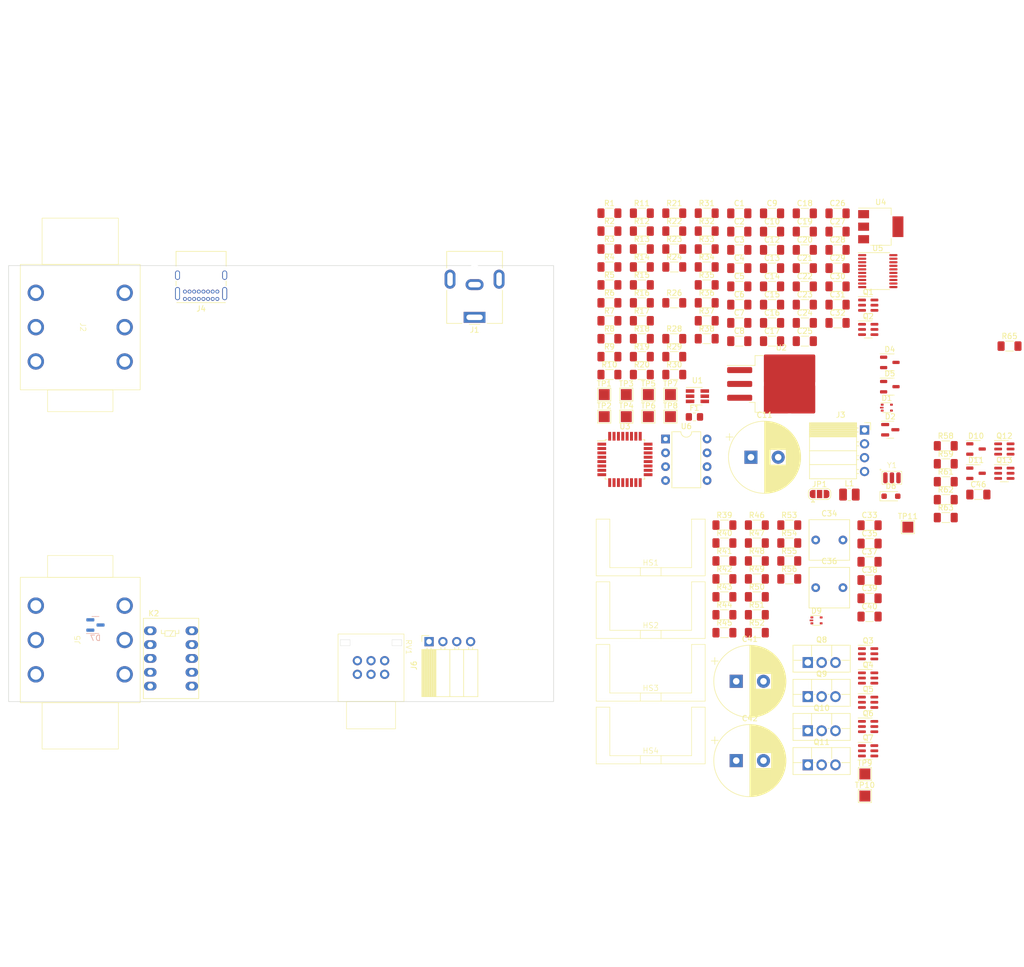
<source format=kicad_pcb>
(kicad_pcb (version 20221018) (generator pcbnew)
  (title_block (title "DAC & Headphone Amplifier") (date "2023-07-03") (rev "2") (company "Author: Jona Heinke") (comment 1 "License: MIT"))
  (layers (0 "F.Cu" signal) (1 "In1.Cu" signal) (2 "In2.Cu" signal) (31 "B.Cu" signal) (34 "B.Paste" user) (35 "F.Paste" user) (36 "B.SilkS" user "B.Silkscreen") (37 "F.SilkS" user "F.Silkscreen") (38 "B.Mask" user) (39 "F.Mask" user) (44 "Edge.Cuts" user))
  (net 0 "")
  (net 1 "/DC_FUSED")
  (net 2 "+24V")
  (net 3 "GNDD")
  (net 4 "/DC_LP_L")
  (net 5 "/Reg_Set")
  (net 6 "/DC_LP_R")
  (net 7 "Net-(U6-CV)")
  (net 8 "Net-(Q1B-C2)")
  (net 9 "VBUS")
  (net 10 "+3V3")
  (net 11 "/VCOM")
  (net 12 "Net-(U6-THR)")
  (net 13 "/BST")
  (net 14 "/SWITCHING")
  (net 15 "+5V")
  (net 16 "/RLY_IN_L")
  (net 17 "+20Vreg")
  (net 18 "/CONN_D-")
  (net 19 "/CONN_D+")
  (net 20 "/FEEDBACK")
  (net 21 "Net-(J4-CC1)")
  (net 23 "Net-(J4-CC2)")
  (net 25 "GND")
  (net 26 "/PROT_ARC_L")
  (net 27 "/RLY_IN_R")
  (net 28 "/PROT_ARC_R")
  (net 29 "/VCCP")
  (net 30 "Net-(U7-+)")
  (net 32 "Net-(U8-+)")
  (net 33 "Net-(D8-K)")
  (net 34 "Net-(C33-Pad1)")
  (net 35 "Net-(C33-Pad2)")
  (net 36 "Net-(C34-Pad1)")
  (net 37 "Net-(C34-Pad2)")
  (net 38 "Net-(Q5A-E1)")
  (net 39 "/AUDIO_OUT_R")
  (net 40 "/D-")
  (net 41 "/D+")
  (net 42 "/DT")
  (net 43 "/XTI")
  (net 44 "/XTO")
  (net 45 "Net-(Q6A-E1)")
  (net 46 "/LRCK")
  (net 47 "Net-(C37-Pad1)")
  (net 48 "Net-(Q1A-C1)")
  (net 49 "Net-(C38-Pad1)")
  (net 50 "/SSPND")
  (net 51 "/amplifier/OPS_L")
  (net 52 "/DATA")
  (net 53 "/SCK")
  (net 54 "/BCK")
  (net 55 "/AMP_L")
  (net 56 "/amplifier/OPS_R")
  (net 57 "/AMP_R")
  (net 59 "/DAC_OUT_L")
  (net 60 "/DAC_OUT_R")
  (net 61 "/USB_SHIELD")
  (net 62 "/AUDIO_OUT_L")
  (net 63 "/CAPP")
  (net 64 "/CAPM")
  (net 65 "/JACK_DETECT")
  (net 67 "/old_design/DC_LP_L")
  (net 68 "/DC_IN")
  (net 70 "/LDOO")
  (net 71 "/VNEG")
  (net 72 "/old_design/DC_LP_R")
  (net 73 "Net-(Q12B-C2)")
  (net 74 "Net-(D4-K)")
  (net 75 "Net-(D6-K)")
  (net 76 "/old_design/DC_NEG")
  (net 77 "/amplifier/AUDIO_IN_L")
  (net 78 "/amplifier/AUDIO_IN_R")
  (net 79 "/old_design/DC_VD_L")
  (net 80 "/old_design/DC_POS")
  (net 81 "Net-(Q3A-B1)")
  (net 82 "Net-(Q3A-C1)")
  (net 83 "/amplifier/VAS_L")
  (net 84 "Net-(Q4A-B1)")
  (net 85 "Net-(Q4A-C1)")
  (net 86 "/amplifier/VAS_R")
  (net 87 "/amplifier/FB_L")
  (net 88 "Net-(Q5B-E2)")
  (net 89 "/amplifier/FB_R")
  (net 90 "Net-(Q10-B)")
  (net 91 "Net-(Q7A-B1)")
  (net 92 "Net-(Q11-E)")
  (net 93 "Net-(Q11-B)")
  (net 94 "Net-(Q7A-C1)")
  (net 95 "Net-(J1-CC1)")
  (net 96 "Net-(J1-CC2)")
  (net 97 "Net-(U6-DIS)")
  (net 98 "/old_design/DC_VD_R")
  (net 99 "Net-(U6-Q)")
  (net 100 "/RELAY")
  (net 101 "Net-(U7--)")
  (net 102 "Net-(U11--)")
  (net 112 "Net-(Q2A-B1)")
  (net 116 "Net-(Q12A-C1)")
  (net 117 "Net-(Q13B-B2)")
  (net 119 "Net-(R30-Pad1)")
  (net 120 "/old_design/AMP_L")
  (net 121 "/old_design/AMP_R")
  (footprint "Resistor_SMD:R_1206_3216Metric_Pad1.30x1.75mm_HandSolder" (layer "F.Cu") (at 170.24 60.26)
    (fp_text reference "R4" (at 0 -1.82) (layer "F.SilkS"))
    (fp_text value "22")
    (pad "1" smd roundrect (at -1.55 0) (size 1.3 1.75) (layers "F.Cu" "F.Paste" "F.Mask") (roundrect_rratio 0.192308) (net 18 "/CONN_D-"))
    (pad "2" smd roundrect (at 1.55 0) (size 1.3 1.75) (layers "F.Cu" "F.Paste" "F.Mask") (roundrect_rratio 0.192308) (net 40 "/D-"))
  )
  (footprint "Connector_PinSocket_2.54mm:PinSocket_1x04_P2.54mm_Horizontal" (layer "F.Cu") (at 217.05 90.17)
    (fp_text reference "J3" (at -4.38 -2.77) (layer "F.SilkS"))
    (fp_text value "Conn_01x04")
    (pad "1" thru_hole rect (at 0 0) (size 1.7 1.7) (drill 1) (layers "*.Cu" "*.Mask") (net 2 "+24V"))
    (pad "2" thru_hole oval (at 0 2.54) (size 1.7 1.7) (drill 1) (layers "*.Cu" "*.Mask") (net 50 "/SSPND"))
    (pad "3" thru_hole oval (at 0 5.08) (size 1.7 1.7) (drill 1) (layers "*.Cu" "*.Mask") (net 65 "/JACK_DETECT"))
    (pad "4" thru_hole oval (at 0 7.62) (size 1.7 1.7) (drill 1) (layers "*.Cu" "*.Mask") (net 25 "GND"))
  )
  (footprint "Capacitor_SMD:C_1206_3216Metric_Pad1.33x1.80mm_HandSolder" (layer "F.Cu") (at 206.09 70.52)
    (fp_text reference "C24" (at 0 -1.85) (layer "F.SilkS"))
    (fp_text value "10u")
    (pad "1" smd roundrect (at -1.5625 0) (size 1.325 1.8) (layers "F.Cu" "F.Paste" "F.Mask") (roundrect_rratio 0.188679) (net 6 "/DC_LP_R"))
    (pad "2" smd roundrect (at 1.5625 0) (size 1.325 1.8) (layers "F.Cu" "F.Paste" "F.Mask") (roundrect_rratio 0.188679) (net 3 "GNDD"))
  )
  (footprint "Resistor_SMD:R_1206_3216Metric_Pad1.30x1.75mm_HandSolder" (layer "F.Cu") (at 170.24 50.39)
    (fp_text reference "R1" (at 0 -1.82) (layer "F.SilkS"))
    (fp_text value "5k1")
    (pad "1" smd roundrect (at -1.55 0) (size 1.3 1.75) (layers "F.Cu" "F.Paste" "F.Mask") (roundrect_rratio 0.192308) (net 95 "Net-(J1-CC1)"))
    (pad "2" smd roundrect (at 1.55 0) (size 1.3 1.75) (layers "F.Cu" "F.Paste" "F.Mask") (roundrect_rratio 0.192308) (net 3 "GNDD"))
  )
  (footprint "Capacitor_SMD:C_1206_3216Metric_Pad1.33x1.80mm_HandSolder" (layer "F.Cu") (at 194.07 63.82)
    (fp_text reference "C5" (at 0 -1.85) (layer "F.SilkS"))
    (fp_text value "10u")
    (pad "1" smd roundrect (at -1.5625 0) (size 1.325 1.8) (layers "F.Cu" "F.Paste" "F.Mask") (roundrect_rratio 0.188679) (net 17 "+20Vreg"))
    (pad "2" smd roundrect (at 1.5625 0) (size 1.325 1.8) (layers "F.Cu" "F.Paste" "F.Mask") (roundrect_rratio 0.188679) (net 25 "GND"))
  )
  (footprint "Package_SO:SC-74-6_1.5x2.9mm_P0.95mm" (layer "F.Cu") (at 217.71 144.58)
    (fp_text reference "Q6" (at 0 -2.4) (layer "F.SilkS"))
    (fp_text value "BCM56DS")
    (pad "1" smd roundrect (at -1.1375 -0.95) (size 1.425 0.5) (layers "F.Cu" "F.Paste" "F.Mask") (net 89 "/amplifier/FB_R"))
    (pad "2" smd roundrect (at -1.1375 0) (size 1.425 0.5) (layers "F.Cu" "F.Paste" "F.Mask") (net 86 "/amplifier/VAS_R"))
    (pad "3" smd roundrect (at -1.1375 0.95) (size 1.425 0.5) (layers "F.Cu" "F.Paste" "F.Mask") (net 17 "+20Vreg"))
    (pad "4" smd roundrect (at 1.1375 0.95) (size 1.425 0.5) (layers "F.Cu" "F.Paste" "F.Mask") (net 90 "Net-(Q10-B)"))
    (pad "5" smd roundrect (at 1.1375 0) (size 1.425 0.5) (layers "F.Cu" "F.Paste" "F.Mask") (net 45 "Net-(Q6A-E1)"))
    (pad "6" smd roundrect (at 1.1375 -0.95) (size 1.425 0.5) (layers "F.Cu" "F.Paste" "F.Mask") (net 86 "/amplifier/VAS_R"))
  )
  (footprint "Resistor_SMD:R_1206_3216Metric_Pad1.30x1.75mm_HandSolder" (layer "F.Cu") (at 188.09 63.55)
    (fp_text reference "R35" (at 0 -1.82) (layer "F.SilkS"))
    (fp_text value "4k3")
    (pad "1" smd roundrect (at -1.55 0) (size 1.3 1.75) (layers "F.Cu" "F.Paste" "F.Mask") (roundrect_rratio 0.192308) (net 35 "Net-(C33-Pad2)"))
    (pad "2" smd roundrect (at 1.55 0) (size 1.3 1.75) (layers "F.Cu" "F.Paste" "F.Mask") (roundrect_rratio 0.192308) (net 87 "/amplifier/FB_L"))
  )
  (footprint "TestPoint:TestPoint_Pad_2.0x2.0mm" (layer "F.Cu") (at 181.44 87.72)
    (fp_text reference "TP8" (at 0 -1.998) (layer "F.SilkS"))
    (fp_text value "1V8")
    (pad "1" smd rect (at 0 0) (size 2 2) (layers "F.Cu" "F.Mask") (net 70 "/LDOO"))
  )
  (footprint "library:Heatsink_Boyd_507302B00000G" (layer "F.Cu") (at 177.815 123.525)
    (fp_text reference "HS2" (at 0 2.5 unlocked) (layer "F.SilkS") (effects (font (thickness 0.1))))
    (fp_text value "Heatsink")
  )
  (footprint "Resistor_SMD:R_1206_3216Metric_Pad1.30x1.75mm_HandSolder" (layer "F.Cu") (at 182.14 50.39)
    (fp_text reference "R21" (at 0 -1.82) (layer "F.SilkS"))
    (fp_text value "10k")
    (pad "1" smd roundrect (at -1.55 0) (size 1.3 1.75) (layers "F.Cu" "F.Paste" "F.Mask") (roundrect_rratio 0.192308) (net 112 "Net-(Q2A-B1)"))
    (pad "2" smd roundrect (at 1.55 0) (size 1.3 1.75) (layers "F.Cu" "F.Paste" "F.Mask") (roundrect_rratio 0.192308) (net 8 "Net-(Q1B-C2)"))
  )
  (footprint "TestPoint:TestPoint_Pad_2.0x2.0mm" (layer "F.Cu") (at 181.44 83.67)
    (fp_text reference "TP7" (at 0 -1.998) (layer "F.SilkS"))
    (fp_text value "-3V3")
    (pad "1" smd rect (at 0 0) (size 2 2) (layers "F.Cu" "F.Mask") (net 71 "/VNEG"))
  )
  (footprint "Capacitor_SMD:C_1206_3216Metric_Pad1.33x1.80mm_HandSolder" (layer "F.Cu") (at 206.09 53.77)
    (fp_text reference "C19" (at 0 -1.85) (layer "F.SilkS"))
    (fp_text value "10u")
    (pad "1" smd roundrect (at -1.5625 0) (size 1.325 1.8) (layers "F.Cu" "F.Paste" "F.Mask") (roundrect_rratio 0.188679) (net 70 "/LDOO"))
    (pad "2" smd roundrect (at 1.5625 0) (size 1.325 1.8) (layers "F.Cu" "F.Paste" "F.Mask") (roundrect_rratio 0.188679) (net 3 "GNDD"))
  )
  (footprint "Diode_SMD:D_SOD-323_HandSoldering" (layer "F.Cu") (at 221.895 102.32)
    (fp_text reference "D6" (at 0 -1.85) (layer "F.SilkS"))
    (fp_text value "D")
    (pad "1" smd roundrect (at -1.25 0) (size 1 1) (layers "F.Cu" "F.Paste" "F.Mask") (net 75 "Net-(D6-K)"))
    (pad "2" smd roundrect (at 1.25 0) (size 1 1) (layers "F.Cu" "F.Paste" "F.Mask") (net 3 "GNDD"))
  )
  (footprint "Resistor_SMD:R_1206_3216Metric_Pad1.30x1.75mm_HandSolder" (layer "F.Cu") (at 231.9525 102.95)
    (fp_text reference "R62" (at 0 -1.82) (layer "F.SilkS"))
    (fp_text value "100k")
    (pad "1" smd roundrect (at -1.55 0) (size 1.3 1.75) (layers "F.Cu" "F.Paste" "F.Mask") (roundrect_rratio 0.192308) (net 2 "+24V"))
    (pad "2" smd roundrect (at 1.55 0) (size 1.3 1.75) (layers "F.Cu" "F.Paste" "F.Mask") (roundrect_rratio 0.192308) (net 117 "Net-(Q13B-B2)"))
  )
  (footprint "Resistor_SMD:R_1206_3216Metric_Pad1.30x1.75mm_HandSolder" (layer "F.Cu") (at 188.09 53.68)
    (fp_text reference "R32" (at 0 -1.82) (layer "F.SilkS"))
    (fp_text value "1M")
    (pad "1" smd roundrect (at -1.55 0) (size 1.3 1.75) (layers "F.Cu" "F.Paste" "F.Mask") (roundrect_rratio 0.192308) (net 33 "Net-(D8-K)"))
    (pad "2" smd roundrect (at 1.55 0) (size 1.3 1.75) (layers "F.Cu" "F.Paste" "F.Mask") (roundrect_rratio 0.192308) (net 3 "GNDD"))
  )
  (footprint "Package_TO_SOT_SMD:SOT-23-6_Handsoldering" (layer "F.Cu") (at 186.39 83.97)
    (fp_text reference "U1" (at 0 -2.9) (layer "F.SilkS"))
    (fp_text value "BD9G101G")
    (pad "1" smd rect (at -1.35 -0.95) (size 1.56 0.65) (layers "F.Cu" "F.Paste" "F.Mask") (net 13 "/BST"))
    (pad "2" smd rect (at -1.35 0) (size 1.56 0.65) (layers "F.Cu" "F.Paste" "F.Mask") (net 25 "GND"))
    (pad "3" smd rect (at -1.35 0.95) (size 1.56 0.65) (layers "F.Cu" "F.Paste" "F.Mask") (net 20 "/FEEDBACK"))
    (pad "4" smd rect (at 1.35 0.95) (size 1.56 0.65) (layers "F.Cu" "F.Paste" "F.Mask") (net 2 "+24V"))
    (pad "5" smd rect (at 1.35 0) (size 1.56 0.65) (layers "F.Cu" "F.Paste" "F.Mask") (net 2 "+24V"))
    (pad "6" smd rect (at 1.35 -0.95) (size 1.56 0.65) (layers "F.Cu" "F.Paste" "F.Mask") (net 14 "/SWITCHING"))
  )
  (footprint "Package_TO_SOT_THT:TO-220F-3_Vertical" (layer "F.Cu") (at 206.64 132.83)
    (fp_text reference "Q8" (at 2.54 -4.1675) (layer "F.SilkS"))
    (fp_text value "2SC4511")
    (pad "1" thru_hole rect (at 0 0) (size 1.905 2) (drill 1.2) (layers "*.Cu" "*.Mask") (net 88 "Net-(Q5B-E2)"))
    (pad "2" thru_hole oval (at 2.54 0) (size 1.905 2) (drill 1.2) (layers "*.Cu" "*.Mask") (net 17 "+20Vreg"))
    (pad "3" thru_hole oval (at 5.08 0) (size 1.905 2) (drill 1.2) (layers "*.Cu" "*.Mask") (net 51 "/amplifier/OPS_L"))
  )
  (footprint "Resistor_SMD:R_1206_3216Metric_Pad1.30x1.75mm_HandSolder" (layer "F.Cu") (at 231.9525 93.08)
    (fp_text reference "R58" (at 0 -1.82) (layer "F.SilkS"))
    (fp_text value "47k")
    (pad "1" smd roundrect (at -1.55 0) (size 1.3 1.75) (layers "F.Cu" "F.Paste" "F.Mask") (roundrect_rratio 0.192308) (net 79 "/old_design/DC_VD_L"))
    (pad "2" smd roundrect (at 1.55 0) (size 1.3 1.75) (layers "F.Cu" "F.Paste" "F.Mask") (roundrect_rratio 0.192308) (net 3 "GNDD"))
  )
  (footprint "Package_SO:SC-74-6_1.5x2.9mm_P0.95mm" (layer "F.Cu") (at 217.71 135.68)
    (fp_text reference "Q4" (at 0 -2.4) (layer "F.SilkS"))
    (fp_text value "BCM53DS")
    (pad "1" smd roundrect (at -1.1375 -0.95) (size 1.425 0.5) (layers "F.Cu" "F.Paste" "F.Mask") (net 84 "Net-(Q4A-B1)"))
    (pad "2" smd roundrect (at -1.1375 0) (size 1.425 0.5) (layers "F.Cu" "F.Paste" "F.Mask") (net 85 "Net-(Q4A-C1)"))
    (pad "3" smd roundrect (at -1.1375 0.95) (size 1.425 0.5) (layers "F.Cu" "F.Paste" "F.Mask") (net 86 "/amplifier/VAS_R"))
    (pad "4" smd roundrect (at 1.1375 0.95) (size 1.425 0.5) (layers "F.Cu" "F.Paste" "F.Mask") (net 84 "Net-(Q4A-B1)"))
    (pad "5" smd roundrect (at 1.1375 0) (size 1.425 0.5) (layers "F.Cu" "F.Paste" "F.Mask") (net 17 "+20Vreg"))
    (pad "6" smd roundrect (at 1.1375 -0.95) (size 1.425 0.5) (layers "F.Cu" "F.Paste" "F.Mask") (net 85 "Net-(Q4A-C1)"))
  )
  (footprint "Resistor_SMD:R_1206_3216Metric_Pad1.30x1.75mm_HandSolder" (layer "F.Cu") (at 191.34 120.78)
    (fp_text reference "R43" (at 0 -1.82) (layer "F.SilkS"))
    (fp_text value "22k")
    (pad "1" smd roundrect (at -1.55 0) (size 1.3 1.75) (layers "F.Cu" "F.Paste" "F.Mask") (roundrect_rratio 0.192308) (net 51 "/amplifier/OPS_L"))
    (pad "2" smd roundrect (at 1.55 0) (size 1.3 1.75) (layers "F.Cu" "F.Paste" "F.Mask") (roundrect_rratio 0.192308) (net 87 "/amplifier/FB_L"))
  )
  (footprint "Resistor_SMD:R_1206_3216Metric_Pad1.30x1.75mm_HandSolder" (layer "F.Cu") (at 188.09 66.84)
    (fp_text reference "R36" (at 0 -1.82) (layer "F.SilkS"))
    (fp_text value "4k3")
    (pad "1" smd roundrect (at -1.55 0) (size 1.3 1.75) (layers "F.Cu" "F.Paste" "F.Mask") (roundrect_rratio 0.192308) (net 37 "Net-(C34-Pad2)"))
    (pad "2" smd roundrect (at 1.55 0) (size 1.3 1.75) (layers "F.Cu" "F.Paste" "F.Mask") (roundrect_rratio 0.192308) (net 89 "/amplifier/FB_R"))
  )
  (footprint "Resistor_SMD:R_1206_3216Metric_Pad1.30x1.75mm_HandSolder" (layer "F.Cu") (at 191.34 117.49)
    (fp_text reference "R42" (at 0 -1.82) (layer "F.SilkS"))
    (fp_text value "4k3")
    (pad "1" smd roundrect (at -1.55 0) (size 1.3 1.75) (layers "F.Cu" "F.Paste" "F.Mask") (roundrect_rratio 0.192308) (net 45 "Net-(Q6A-E1)"))
    (pad "2" smd roundrect (at 1.55 0) (size 1.3 1.75) (layers "F.Cu" "F.Paste" "F.Mask") (roundrect_rratio 0.192308) (net 25 "GND"))
  )
  (footprint "Capacitor_SMD:C_1206_3216Metric_Pad1.33x1.80mm_HandSolder" (layer "F.Cu") (at 206.09 50.42)
    (fp_text reference "C18" (at 0 -1.85) (layer "F.SilkS"))
    (fp_text value "100n")
    (pad "1" smd roundrect (at -1.5625 0) (size 1.325 1.8) (layers "F.Cu" "F.Paste" "F.Mask") (roundrect_rratio 0.188679) (net 70 "/LDOO"))
    (pad "2" smd roundrect (at 1.5625 0) (size 1.325 1.8) (layers "F.Cu" "F.Paste" "F.Mask") (roundrect_rratio 0.188679) (net 3 "GNDD"))
  )
  (footprint "Resistor_SMD:R_1206_3216Metric_Pad1.30x1.75mm_HandSolder" (layer "F.Cu") (at 182.14 73.42)
    (fp_text reference "R28" (at 0 -1.82) (layer "F.SilkS"))
    (fp_text value "8R2")
    (pad "1" smd roundrect (at -1.55 0) (size 1.3 1.75) (layers "F.Cu" "F.Paste" "F.Mask") (roundrect_rratio 0.192308) (net 26 "/PROT_ARC_L"))
    (pad "2" smd roundrect (at 1.55 0) (size 1.3 1.75) (layers "F.Cu" "F.Paste" "F.Mask") (roundrect_rratio 0.192308) (net 62 "/AUDIO_OUT_L"))
  )
  (footprint "Connector_BarrelJack:BarrelJack_CUI_PJ-063AH_Horizontal" (layer "F.Cu") (at 145.5 69.5 180)
    (fp_text reference "J1" (at 0 -2.3) (layer "F.SilkS"))
    (fp_text value "USB_C_Receptacle_USB2.0")
    (pad "" np_thru_hole circle locked (at 0 9 180) (size 1.6 1.6) (drill 1.6) (layers "*.Cu" "*.Mask"))
    (pad "1" thru_hole rect locked (at 0 0 180) (size 4 2) (drill oval 3 1) (layers "*.Cu" "*.Mask"))
    (pad "2" thru_hole oval locked (at 0 6 180) (size 3.3 2) (drill oval 2.3 1) (layers "*.Cu" "*.Mask"))
    (pad "MP" thru_hole oval locked (at -4.5 7 180) (size 2 3.5) (drill oval 1 2.5) (layers "*.Cu" "*.Mask"))
    (pad "MP" thru_hole oval locked (at 4.5 7 180) (size 2 3.5) (drill oval 1 2.5) (layers "*.Cu" "*.Mask"))
  )
  (footprint "Resistor_SMD:R_1206_3216Metric_Pad1.30x1.75mm_HandSolder" (layer "F.Cu") (at 197.29 114.2)
    (fp_text reference "R48" (at 0 -1.82) (layer "F.SilkS"))
    (fp_text value "2k2")
    (pad "1" smd roundrect (at -1.55 0) (size 1.3 1.75) (layers "F.Cu" "F.Paste" "F.Mask") (roundrect_rratio 0.192308) (net 17 "+20Vreg"))
    (pad "2" smd roundrect (at 1.55 0) (size 1.3 1.75) (layers "F.Cu" "F.Paste" "F.Mask") (roundrect_rratio 0.192308) (net 93 "Net-(Q11-B)"))
  )
  (footprint "TestPoint:TestPoint_Pad_2.0x2.0mm" (layer "F.Cu") (at 217.11 157.33)
    (fp_text reference "TP10" (at 0 -1.998) (layer "F.SilkS"))
    (fp_text value "VAS_R")
    (pad "1" smd rect (at 0 0) (size 2 2) (layers "F.Cu" "F.Mask") (net 86 "/amplifier/VAS_R"))
  )
  (footprint "Resistor_SMD:R_1206_3216Metric_Pad1.30x1.75mm_HandSolder" (layer "F.Cu") (at 182.14 66.84)
    (fp_text reference "R26" (at 0 -1.82) (layer "F.SilkS"))
    (fp_text value "15")
    (pad "1" smd roundrect (at -1.55 0) (size 1.3 1.75) (layers "F.Cu" "F.Paste" "F.Mask") (roundrect_rratio 0.192308) (net 99 "Net-(U6-Q)"))
    (pad "2" smd roundrect (at 1.55 0) (size 1.3 1.75) (layers "F.Cu" "F.Paste" "F.Mask") (roundrect_rratio 0.192308) (net 30 "Net-(U7-+)"))
  )
  (footprint "Capacitor_SMD:C_1206_3216Metric_Pad1.33x1.80mm_HandSolder" (layer "F.Cu") (at 200.08 70.52)
    (fp_text reference "C16" (at 0 -1.85) (layer "F.SilkS"))
    (fp_text value "10u")
    (pad "1" smd roundrect (at -1.5625 0) (size 1.325 1.8) (layers "F.Cu" "F.Paste" "F.Mask") (roundrect_rratio 0.188679) (net 10 "+3V3"))
    (pad "2" smd roundrect (at 1.5625 0) (size 1.325 1.8) (layers "F.Cu" "F.Paste" "F.Mask") (roundrect_rratio 0.188679) (net 3 "GNDD"))
  )
  (footprint "Resistor_SMD:R_1206_3216Metric_Pad1.30x1.75mm_HandSolder" (layer "F.Cu") (at 191.34 110.91)
    (fp_text reference "R40" (at 0 -1.82) (layer "F.SilkS"))
    (fp_text value "4k3")
    (pad "1" smd roundrect (at -1.55 0) (size 1.3 1.75) (layers "F.Cu" "F.Paste" "F.Mask") (roundrect_rratio 0.192308) (net 38 "Net-(Q5A-E1)"))
    (pad "2" smd roundrect (at 1.55 0) (size 1.3 1.75) (layers "F.Cu" "F.Paste" "F.Mask") (roundrect_rratio 0.192308) (net 25 "GND"))
  )
  (footprint "Package_TO_SOT_SMD:SOT-665" (layer "F.Cu") (at 208.24 125.1)
    (fp_text reference "D9" (at 0 -1.75) (layer "F.SilkS"))
    (fp_text value "QUAD_TVS_5V")
    (pad "1" smd rect (at -0.85 -0.54) (size 0.5 0.38) (layers "F.Cu" "F.Paste" "F.Mask") (net 59 "/DAC_OUT_L"))
    (pad "2" smd rect (at -0.93 0) (size 0.65 0.3) (layers "F.Cu" "F.Paste" "F.Mask") (net 25 "GND"))
    (pad "3" smd rect (at -0.85 0.54) (size 0.5 0.38) (layers "F.Cu" "F.Paste" "F.Mask") (net 77 "/amplifier/AUDIO_IN_L"))
    (pad "4" smd rect (at 0.85 0.54) (size 0.5 0.38) (layers "F.Cu" "F.Paste" "F.Mask") (net 60 "/DAC_OUT_R"))
    (pad "5" smd rect (at 0.85 -0.54) (size 0.5 0.38) (layers "F.Cu" "F.Paste" "F.Mask") (net 78 "/amplifier/AUDIO_IN_R"))
  )
  (footprint "Resistor_SMD:R_1206_3216Metric_Pad1.30x1.75mm_HandSolder" (layer "F.Cu") (at 176.19 60.26)
    (fp_text reference "R14" (at 0 -1.82) (layer "F.SilkS"))
    (fp_text value "100k")
    (pad "1" smd roundrect (at -1.55 0) (size 1.3 1.75) (layers "F.Cu" "F.Paste" "F.Mask") (roundrect_rratio 0.192308) (net 55 "/AMP_L"))
    (pad "2" smd roundrect (at 1.55 0) (size 1.3 1.75) (layers "F.Cu" "F.Paste" "F.Mask") (roundrect_rratio 0.192308) (net 4 "/DC_LP_L"))
  )
  (footprint "Capacitor_SMD:C_1206_3216Metric_Pad1.33x1.80mm_HandSolder" (layer "F.Cu") (at 194.07 73.87)
    (fp_text reference "C8" (at 0 -1.85) (layer "F.SilkS"))
    (fp_text value "10u")
    (pad "1" smd roundrect (at -1.5625 0) (size 1.325 1.8) (layers "F.Cu" "F.Paste" "F.Mask") (roundrect_rratio 0.188679) (net 3 "GNDD"))
    (pad "2" smd roundrect (at 1.5625 0) (size 1.325 1.8) (layers "F.Cu" "F.Paste" "F.Mask") (roundrect_rratio 0.188679) (net 11 "/VCOM"))
  )
  (footprint "Resistor_SMD:R_1206_3216Metric_Pad1.30x1.75mm_HandSolder" (layer "F.Cu") (at 176.19 76.71)
    (fp_text reference "R19" (at 0 -1.82) (layer "F.SilkS"))
    (fp_text value "22k")
    (pad "1" smd roundrect (at -1.55 0) (size 1.3 1.75) (layers "F.Cu" "F.Paste" "F.Mask") (roundrect_rratio 0.192308) (net 25 "GND"))
    (pad "2" smd roundrect (at 1.55 0) (size 1.3 1.75) (layers "F.Cu" "F.Paste" "F.Mask") (roundrect_rratio 0.192308) (net 16 "/RLY_IN_L"))
  )
  (footprint "Resistor_SMD:R_1206_3216Metric_Pad1.30x1.75mm_HandSolder" (layer "F.Cu") (at 170.24 70.13)
    (fp_text reference "R7" (at 0 -1.82) (layer "F.SilkS"))
    (fp_text value "1k5")
    (pad "1" smd roundrect (at -1.55 0) (size 1.3 1.75) (layers "F.Cu" "F.Paste" "F.Mask") (roundrect_rratio 0.192308) (net 42 "/DT"))
    (pad "2" smd roundrect (at 1.55 0) (size 1.3 1.75) (layers "F.Cu" "F.Paste" "F.Mask") (roundrect_rratio 0.192308) (net 10 "+3V3"))
  )
  (footprint "Package_TO_SOT_THT:TO-220F-3_Vertical" (layer "F.Cu") (at 206.64 145.35)
    (fp_text reference "Q10" (at 2.54 -4.1675) (layer "F.SilkS"))
    (fp_text value "2SC4511")
    (pad "1" thru_hole rect (at 0 0) (size 1.905 2) (drill 1.2) (layers "*.Cu" "*.Mask") (net 90 "Net-(Q10-B)"))
    (pad "2" thru_hole oval (at 2.54 0) (size 1.905 2) (drill 1.2) (layers "*.Cu" "*.Mask") (net 17 "+20Vreg"))
    (pad "3" thru_hole oval (at 5.08 0) (size 1.905 2) (drill 1.2) (layers "*.Cu" "*.Mask") (net 56 "/amplifier/OPS_R"))
  )
  (footprint "Resistor_SMD:R_1206_3216Metric_Pad1.30x1.75mm_HandSolder" (layer "F.Cu") (at 231.9525 99.66)
    (fp_text reference "R61" (at 0 -1.82) (layer "F.SilkS"))
    (fp_text value "22k")
    (pad "1" smd roundrect (at -1.55 0) (size 1.3 1.75) (layers "F.Cu" "F.Paste" "F.Mask") (roundrect_rratio 0.192308) (net 2 "+24V"))
    (pad "2" smd roundrect (at 1.55 0) (size 1.3 1.75) (layers "F.Cu" "F.Paste" "F.Mask") (roundrect_rratio 0.192308) (net 116 "Net-(Q12A-C1)"))
  )
  (footprint "Capacitor_THT:CP_Radial_D13.0mm_P5.00mm" (layer "F.Cu") (at 193.509569 150.83)
    (fp_text reference "C42" (at 2.5 -7.75) (layer "F.SilkS"))
    (fp_text value "10u")
    (pad "1" thru_hole rect (at 0 0) (size 2.4 2.4) (drill 1.2) (layers "*.Cu" "*.Mask") (net 72 "/old_design/DC_LP_R"))
    (pad "2" thru_hole circle (at 5 0) (size 2.4 2.4) (drill 1.2) (layers "*.Cu" "*.Mask") (net 3 "GNDD"))
  )
  (footprint "Capacitor_SMD:C_1206_3216Metric_Pad1.33x1.80mm_HandSolder" (layer "F.Cu") (at 217.97 107.65)
    (fp_text reference "C33" (at 0 -1.85) (layer "F.SilkS"))
    (fp_text value "4u7")
    (pad "1" smd roundrect (at -1.5625 0) (size 1.325 1.8) (layers "F.Cu" "F.Paste" "F.Mask") (roundrect_rratio 0.188679) (net 34 "Net-(C33-Pad1)"))
    (pad "2" smd roundrect (at 1.5625 0) (size 1.325 1.8) (layers "F.Cu" "F.Paste" "F.Mask") (roundrect_rratio 0.188679) (net 35 "Net-(C33-Pad2)"))
  )
  (footprint "Resistor_SMD:R_1206_3216Metric_Pad1.30x1.75mm_HandSolder" (layer "F.Cu") (at 203.24 110.91)
    (fp_text reference "R54" (at 0 -1.82) (layer "F.SilkS"))
    (fp_text value "100k")
    (pad "1" smd roundrect (at -1.55 0) (size 1.3 1.75) (layers "F.Cu" "F.Paste" "F.Mask") (roundrect_rratio 0.192308) (net 121 "/old_design/AMP_R"))
    (pad "2" smd roundrect (at 1.55 0) (size 1.3 1.75) (layers "F.Cu" "F.Paste" "F.Mask") (roundrect_rratio 0.192308) (net 72 "/old_design/DC_LP_R"))
  )
  (footprint "Resistor_SMD:R_1206_3216Metric_Pad1.30x1.75mm_HandSolder" (layer "F.Cu") (at 176.19 50.39)
    (fp_text reference "R11" (at 0 -1.82) (layer "F.SilkS"))
    (fp_text value "3k9")
    (pad "1" smd roundrect (at -1.55 0) (size 1.3 1.75) (layers "F.Cu" "F.Paste" "F.Mask") (roundrect_rratio 0.192308) (net 15 "+5V"))
    (pad "2" smd roundrect (at 1.55 0) (size 1.3 1.75) (layers "F.Cu" "F.Paste" "F.Mask") (roundrect_rratio 0.192308) (net 20 "/FEEDBACK"))
  )
  (footprint "Capacitor_SMD:C_1206_3216Metric_Pad1.33x1.80mm_HandSolder" (layer "F.Cu") (at 217.97 111)
    (fp_text reference "C35" (at 0 -1.85) (layer "F.SilkS"))
    (fp_text value "10u")
    (pad "1" smd roundrect (at -1.5625 0) (size 1.325 1.8) (layers "F.Cu" "F.Paste" "F.Mask") (roundrect_rratio 0.188679) (net 38 "Net-(Q5A-E1)"))
    (pad "2" smd roundrect (at 1.5625 0) (size 1.325 1.8) (layers "F.Cu" "F.Paste" "F.Mask") (roundrect_rratio 0.188679) (net 25 "GND"))
  )
  (footprint "Capacitor_SMD:C_1206_3216Metric_Pad1.33x1.80mm_HandSolder" (layer "F.Cu") (at 217.97 121.05)
    (fp_text reference "C39" (at 0 -1.85) (layer "F.SilkS"))
    (fp_text value "470u")
    (pad "1" smd roundrect (at -1.5625 0) (size 1.325 1.8) (layers "F.Cu" "F.Paste" "F.Mask") (roundrect_rratio 0.188679) (net 51 "/amplifier/OPS_L"))
    (pad "2" smd roundrect (at 1.5625 0) (size 1.325 1.8) (layers "F.Cu" "F.Paste" "F.Mask") (roundrect_rratio 0.188679) (net 55 "/AMP_L"))
  )
  (footprint "TestPoint:TestPoint_Pad_2.0x2.0mm" (layer "F.Cu") (at 173.34 83.67)
    (fp_text reference "TP3" (at 0 -1.998) (layer "F.SilkS"))
    (fp_text value "+5V")
    (pad "1" smd rect (at 0 0) (size 2 2) (layers "F.Cu" "F.Mask") (net 15 "+5V"))
  )
  (footprint "library:Heatsink_Boyd_507302B00000G" (layer "F.Cu") (at 177.815 146.525)
    (fp_text reference "HS4" (at 0 2.5 unlocked) (layer "F.SilkS") (effects (font (thickness 0.1))))
    (fp_text value "Heatsink")
  )
  (footprint "library:RK09L12B" (layer "F.Cu") (at 126.5 132.5 -90)
    (fp_text reference "RV1" (at -2.5 -6.9 -90 unlocked) (layer "F.SilkS") (effects (font (thickness 0.1))))
    (fp_text value "10k")
    (fp_rect (start -3.85 -5.65) (end -2.75 -3.85) (stroke (width 0.05)) (fill none) (layer "Edge.Cuts"))
    (fp_rect (start -3.85 3.85) (end -2.75 5.65) (stroke (width 0.05)) (fill none) (layer "Edge.Cuts"))
    (pad "1" thru_hole circle locked (at 0 -2.5 270) (size 1.7 1.7) (drill 1) (layers "*.Cu" "*.Mask") (net 77 "/amplifier/AUDIO_IN_L"))
    (pad "2" thru_hole circle locked (at 0 0 270) (size 1.7 1.7) (drill 1) (layers "*.Cu" "*.Mask") (net 34 "Net-(C33-Pad1)"))
    (pad "3" thru_hole circle locked (at 0 2.5 270) (size 1.7 1.7) (drill 1) (layers "*.Cu" "*.Mask") (net 25 "GND"))
    (pad "4" thru_hole circle locked (at 2.5 -2.5 270) (size 1.7 1.7) (drill 1) (layers "*.Cu" "*.Mask") (net 78 "/amplifier/AUDIO_IN_R"))
    (pad "5" thru_hole circle locked (at 2.5 0 270) (size 1.7 1.7) (drill 1) (layers "*.Cu" "*.Mask") (net 36 "Net-(C34-Pad1)"))
    (pad "6" thru_hole circle locked (at 2.5 2.5 270) (size 1.7 1.7) (drill 1) (layers "*.Cu" "*.Mask") (net 25 "GND"))
  )
  (footprint "Package_SO:TSSOP-20_4.4x6.5mm_P0.65mm" (layer "F.Cu") (at 219.48 61.02)
    (fp_text reference "U5" (at 0 -4.2) (layer "F.SilkS"))
    (fp_text value "PCM5102A")
    (pad "1" smd roundrect (at -2.8625 -2.925) (size 1.475 0.4) (layers "F.Cu" "F.Paste" "F.Mask") (net 10 "+3V3"))
    (pad "2" smd roundrect (at -2.8625 -2.275) (size 1.475 0.4) (layers "F.Cu" "F.Paste" "F.Mask") (net 63 "/CAPP"))
    (pad "3" smd roundrect (at -2.8625 -1.625) (size 1.475 0.4) (layers "F.Cu" "F.Paste" "F.Mask") (net 3 "GNDD"))
    (pad "4" smd roundrect (at -2.8625 -0.975) (size 1.475 0.4) (layers "F.Cu" "F.Paste" "F.Mask") (net 64 "/CAPM"))
    (pad "5" smd roundrect (at -2.8625 -0.325) (size 1.475 0.4) (layers "F.Cu" "F.Paste" "F.Mask") (net 71 "/VNEG"))
    (pad "6" smd roundrect (at -2.8625 0.325) (size 1.475 0.4) (layers "F.Cu" "F.Paste" "F.Mask") (net 59 "/DAC_OUT_L"))
    (pad "7" smd roundrect (at -2.8625 0.975) (size 1.475 0.4) (layers "F.Cu" "F.Paste" "F.Mask") (net 60 "/DAC_OUT_R"))
    (pad "8" smd roundrect (at -2.8625 1.625) (size 1.475 0.4) (layers "F.Cu" "F.Paste" "F.Mask") (net 10 "+3V3"))
    (pad "9" smd roundrect (at -2.8625 2.275) (size 1.475 0.4) (layers "F.Cu" "F.Paste" "F.Mask") (net 3 "GNDD"))
    (pad "10" smd roundrect (at -2.8625 2.925) (size 1.475 0.4) (layers "F.Cu" "F.Paste" "F.Mask") (net 3 "GNDD"))
    (pad "11" smd roundrect (at 2.8625 2.925) (size 1.475 0.4) (layers "F.Cu" "F.Paste" "F.Mask") (net 3 "GNDD"))
    (pad "12" smd roundrect (at 2.8625 2.275) (size 1.475 0.4) (layers "F.Cu" "F.Paste" "F.Mask") (net 53 "/SCK"))
    (pad "13" smd roundrect (at 2.8625 1.625) (size 1.475 0.4) (layers "F.Cu" "F.Paste" "F.Mask") (net 54 "/BCK"))
    (pad "14" smd roundrect (at 2.8625 0.975) (size 1.475 0.4) (layers "F.Cu" "F.Paste" "F.Mask") (net 52 "/DATA"))
    (pad "15" smd roundrect (at 2.8625 0.325) (size 1.475 0.4) (layers "F.Cu" "F.Paste" "F.Mask") (net 46 "/LRCK"))
    (pad "16" smd roundrect (at 2.8625 -0.325) (size 1.475 0.4) (layers "F.Cu" "F.Paste" "F.Mask") (net 3 "GNDD"))
    (pad "17" smd roundrect (at 2.8625 -0.975) (size 1.475 0.4) (layers "F.Cu" "F.Paste" "F.Mask") (net 50 "/SSPND"))
    (pad "18" smd roundrect (at 2.8625 -1.625) (size 1.475 0.4) (layers "F.Cu" "F.Paste" "F.Mask") (net 70 "/LDOO"))
    (pad "19" smd roundrect (at 2.8625 -2.275) (size 1.475 0.4) (layers "F.Cu" "F.Paste" "F.Mask") (net 3 "GNDD"))
    (pad "20" smd roundrect (at 2.8625 -2.925) (size 1.475 0.4) (layers "F.Cu" "F.Paste" "F.Mask") (net 10 "+3V3"))
  )
  (footprint "Package_TO_SOT_THT:TO-220F-3_Vertical" (layer "F.Cu") (at 206.64 139.09)
    (fp_text reference "Q9" (at 2.54 -4.1675) (layer "F.SilkS"))
    (fp_text value "2SC4511")
    (pad "1" thru_hole rect (at 0 0) (size 1.905 2) (drill 1.2) (layers "*.Cu" "*.Mask") (net 94 "Net-(Q7A-C1)"))
    (pad "2" thru_hole oval (at 2.54 0) (size 1.905 2) (drill 1.2) (layers "*.Cu" "*.Mask") (net 51 "/amplifier/OPS_L"))
    (pad "3" thru_hole oval (at 5.08 0) (size 1.905 2) (drill 1.2) (layers "*.Cu" "*.Mask") (net 91 "Net-(Q7A-B1)"))
  )
  (footprint "Capacitor_THT:C_Rect_L7.2mm_W7.2mm_P5.00mm_FKS2_FKP2_MKS2_MKP2" (layer "F.Cu") (at 208.09 110.35)
    (fp_text reference "C34" (at 2.5 -4.85) (layer "F.SilkS"))
    (fp_text value "4u7")
    (pad "1" thru_hole circle (at 0 0) (size 1.6 1.6) (drill 0.8) (layers "*.Cu" "*.Mask") (net 36 "Net-(C34-Pad1)"))
    (pad "2" thru_hole circle (at 5 0) (size 1.6 1.6) (drill 0.8) (layers "*.Cu" "*.Mask") (net 37 "Net-(C34-Pad2)"))
  )
  (footprint "Capacitor_SMD:C_1206_3216Metric_Pad1.33x1.80mm_HandSolder" (layer "F.Cu") (at 200.08 53.77)
    (fp_text reference "C10" (at 0 -1.85) (layer "F.SilkS"))
    (fp_text value "100n")
    (pad "1" smd roundrect (at -1.5625 0) (size 1.325 1.8) (layers "F.Cu" "F.Paste" "F.Mask") (roundrect_rratio 0.188679) (net 15 "+5V"))
    (pad "2" smd roundrect (at 1.5625 0) (size 1.325 1.8) (layers "F.Cu" "F.Paste" "F.Mask") (roundrect_rratio 0.188679) (net 20 "/FEEDBACK"))
  )
  (footprint "Resistor_SMD:R_1206_3216Metric_Pad1.30x1.75mm_HandSolder" (layer "F.Cu") (at 188.09 70.13)
    (fp_text reference "R37" (at 0 -1.82) (layer "F.SilkS"))
    (fp_text value "22k")
    (pad "1" smd roundrect (at -1.55 0) (size 1.3 1.75) (layers "F.Cu" "F.Paste" "F.Mask") (roundrect_rratio 0.192308) (net 82 "Net-(Q3A-C1)"))
    (pad "2" smd roundrect (at 1.55 0) (size 1.3 1.75) (layers "F.Cu" "F.Paste" "F.Mask") (roundrect_rratio 0.192308) (net 25 "GND"))
  )
  (footprint "TestPoint:TestPoint_Pad_2.0x2.0mm" (layer "F.Cu") (at 173.34 87.72)
    (fp_text reference "TP4" (at 0 -1.998) (layer "F.SilkS"))
    (fp_text value "+22")
    (pad "1" smd rect (at 0 0) (size 2 2) (layers "F.Cu" "F.Mask") (net 17 "+20Vreg"))
  )
  (footprint "Capacitor_SMD:C_1206_3216Metric_Pad1.33x1.80mm_HandSolder" (layer "F.Cu") (at 194.07 50.42)
    (fp_text reference "C1" (at 0 -1.85) (layer "F.SilkS"))
    (fp_text value "100n")
    (pad "1" smd roundrect (at -1.5625 0) (size 1.325 1.8) (layers "F.Cu" "F.Paste" "F.Mask") (roundrect_rratio 0.188679) (net 9 "VBUS"))
    (pad "2" smd roundrect (at 1.5625 0) (size 1.325 1.8) (layers "F.Cu" "F.Paste" "F.Mask") (roundrect_rratio 0.188679) (net 3 "GNDD"))
  )
  (footprint "library:Audio_Jack_SJ-6307" (layer "F.Cu") (at 73.15 128.7 90)
    (fp_text reference "J5" (at 0 -0.5 90 unlocked) (layer "F.SilkS") (effects (font (thickness 0.1))))
    (fp_text value "AudioJack3_Switch")
    (pad "R" thru_hole circle locked (at 0 8.15 90) (size 3 3) (drill 2) (layers "*.Cu" "*.Mask") (net 39 "/AUDIO_OUT_R"))
    (pad "RN" thru_hole circle locked (at 0 -8.15 90) (size 3 3) (drill 2) (layers "*.Cu" "*.Mask"))
    (pad "S" thru_hole circle locked (at -6.3 8.15 90) (size 3 3) (drill 2) (layers "*.Cu" "*.Mask") (net 25 "GND"))
    (pad "SN" thru_hole circle locked (at -6.3 -8.15 90) (size 3 3) (drill 2) (layers "*.Cu" "*.Mask") (net 25 "GND"))
    (pad "T" thru_hole circle locked (at 6.3 8.15 90) (size 3 3) (drill 2) (layers "*.Cu" "*.Mask") (net 62 "/AUDIO_OUT_L"))
    (pad "TN" thru_hole circle locked (at 6.3 -8.15 90) (size 3 3) (drill 2) (layers "*.Cu" "*.Mask"))
  )
  (footprint "Capacitor_SMD:C_1206_3216Metric_Pad1.33x1.80mm_HandSolder" (layer "F.Cu") (at 212.1 57.12)
    (fp_text reference "C28" (at 0 -1.85) (layer "F.SilkS"))
    (fp_text value "10u")
    (pad "1" smd roundrect (at -1.5625 0) (size 1.325 1.8) (layers "F.Cu" "F.Paste" "F.Mask") (roundrect_rratio 0.188679) (net 16 "/RLY_IN_L"))
    (pad "2" smd roundrect (at 1.5625 0) (size 1.325 1.8) (layers "F.Cu" "F.Paste" "F.Mask") (roundrect_rratio 0.188679) (net 26 "/PROT_ARC_L"))
  )
  (footprint "Resistor_SMD:R_1206_3216Metric_Pad1.30x1.75mm_HandSolder" (layer "F.Cu") (at 231.9525 96.37)
    (fp_text reference "R59" (at 0 -1.82) (layer "F.SilkS"))
    (fp_text value "47k")
    (pad "1" smd roundrect (at -1.55 0) (size 1.3 1.75) (layers "F.Cu" "F.Paste" "F.Mask") (roundrect_rratio 0.192308) (net 98 "/old_design/DC_VD_R"))
    (pad "2" smd roundrect (at 1.55 0) (size 1.3 1.75) (layers "F.Cu" "F.Paste" "F.Mask") (roundrect_rratio 0.192308) (net 3 "GNDD"))
  )
  (footprint "Resistor_SMD:R_1206_3216Metric_Pad1.30x1.75mm_HandSolder" (layer "F.Cu") (at 176.19 53.68)
    (fp_text reference "R12" (at 0 -1.82) (layer "F.SilkS"))
    (fp_text value "680")
    (pad "1" smd roundrect (at -1.55 0) (size 1.3 1.75) (layers "F.Cu" "F.Paste" "F.Mask") (roundrect_rratio 0.192308) (net 20 "/FEEDBACK"))
    (pad "2" smd roundrect (at 1.55 0) (size 1.3 1.75) (layers "F.Cu" "F.Paste" "F.Mask") (roundrect_rratio 0.192308) (net 25 "GND"))
  )
  (footprint "Package_TO_SOT_SMD:SOT-23" (layer "F.Cu") (at 221.77 90.12)
    (fp_text reference "D2" (at 0 -2.4) (layer "F.SilkS"))
    (fp_text value "DUAL_TVS_15V")
    (pad "1" smd roundrect (at -0.9375 -0.95) (size 1.475 0.6) (layers "F.Cu" "F.Paste" "F.Mask") (net 25 "GND"))
    (pad "2" smd roundrect (at -0.9375 0.95) (size 1.475 0.6) (layers "F.Cu" "F.Paste" "F.Mask") (net 1 "/DC_FUSED"))
    (pad "3" smd roundrect (at 0.9375 0) (size 1.475 0.6) (layers "F.Cu" "F.Paste" "F.Mask"))
  )
  (footprint "Resistor_SMD:R_1206_3216Metric_Pad1.30x1.75mm_HandSolder" (layer "F.Cu") (at 191.34 114.2)
    (fp_text reference "R41" (at 0 -1.82) (layer "F.SilkS"))
    (fp_text value "1k5")
    (pad "1" smd roundrect (at -1.55 0) (size 1.3 1.75) (layers "F.Cu" "F.Paste" "F.Mask") (roundrect_rratio 0.192308) (net 17 "+20Vreg"))
    (pad "2" smd roundrect (at 1.55 0) (size 1.3 1.75) (layers "F.Cu" "F.Paste" "F.Mask") (roundrect_rratio 0.192308) (net 84 "Net-(Q4A-B1)"))
  )
  (footprint "Capacitor_SMD:C_1206_3216Metric_Pad1.33x1.80mm_HandSolder" (layer "F.Cu") (at 200.08 73.87)
    (fp_text reference "C17" (at 0 -1.85) (layer "F.SilkS"))
    (fp_text value "2u2")
    (pad "1" smd roundrect (at -1.5625 0) (size 1.325 1.8) (layers "F.Cu" "F.Paste" "F.Mask") (roundrect_rratio 0.188679) (net 63 "/CAPP"))
    (pad "2" smd roundrect (at 1.5625 0) (size 1.325 1.8) (layers "F.Cu" "F.Paste" "F.Mask") (roundrect_rratio 0.188679) (net 64 "/CAPM"))
  )
  (footprint "Resistor_SMD:R_1206_3216Metric_Pad1.30x1.75mm_HandSolder" (layer "F.Cu") (at 197.29 107.62)
    (fp_text reference "R46" (at 0 -1.82) (layer "F.SilkS"))
    (fp_text value "10k")
    (pad "1" smd roundrect (at -1.55 0) (size 1.3 1.75) (layers "F.Cu" "F.Paste" "F.Mask") (roundrect_rratio 0.192308) (net 89 "/amplifier/FB_R"))
    (pad "2" smd roundrect (at 1.55 0) (size 1.3 1.75) (layers "F.Cu" "F.Paste" "F.Mask") (roundrect_rratio 0.192308) (net 25 "GND"))
  )
  (footprint "Capacitor_SMD:C_1206_3216Metric_Pad1.33x1.80mm_HandSolder" (layer "F.Cu") (at 217.97 117.7)
    (fp_text reference "C38" (at 0 -1.85) (layer "F.SilkS"))
    (fp_text value "100n")
    (pad "1" smd roundrect (at -1.5625 0) (size 1.325 1.8) (layers "F.Cu" "F.Paste" "F.Mask") (roundrect_rratio 0.188679) (net 49 "Net-(C38-Pad1)"))
    (pad "2" smd roundrect (at 1.5625 0) (size 1.325 1.8) (layers "F.Cu" "F.Paste" "F.Mask") (roundrect_rratio 0.188679) (net 25 "GND"))
  )
  (footprint "Package_DIP:DIP-8_W7.62mm" (layer "F.Cu") (at 180.54 91.82)
    (fp_text reference "U6" (at 3.81 -2.33) (layer "F.SilkS"))
    (fp_text value "LM555xN")
    (pad "1" thru_hole rect (at 0 0) (size 1.6 1.6) (drill 0.8) (layers "*.Cu" "*.Mask") (net 3 "GNDD"))
    (pad "2" thru_hole oval (at 0 2.54) (size 1.6 1.6) (drill 0.8) (layers "*.Cu" "*.Mask") (net 12 "Net-(U6-THR)"))
    (pad "3" thru_hole oval (at 0 5.08) (size 1.6 1.6) (drill 0.8) (layers "*.Cu" "*.Mask") (net 99 "Net-(U6-Q)"))
    (pad "4" thru_hole oval (at 0 7.62) (size 1.6 1.6) (drill 0.8) (layers "*.Cu" "*.Mask") (net 15 "+5V"))
    (pad "5" thru_hole oval (at 7.62 7.62) (size 1.6 1.6) (drill 0.8) (layers "*.Cu" "*.Mask") (net 7 "Net-(U6-CV)"))
    (pad "6" thru_hole oval (at 7.62 5.08) (size 1.6 1.6) (drill 0.8) (layers "*.Cu" "*.Mask") (net 12 "Net-(U6-THR)"))
    (pad "7" thru_hole oval (at 7.62 2.54) (size 1.6 1.6) (drill 0.8) (layers "*.Cu" "*.Mask") (net 97 "Net-(U6-DIS)"))
    (pad "8" thru_hole oval (at 7.62 0) (size 1.6 1.6) (drill 0.8) (layers "*.Cu" "*.Mask") (net 15 "+5V"))
  )
  (footprint "Capacitor_SMD:C_1206_3216Metric_Pad1.33x1.80mm_HandSolder" (layer "F.Cu") (at 237.9325 102.01)
    (fp_text reference "C46" (at 0 -1.85) (layer "F.SilkS"))
    (fp_text value "2u2")
    (pad "1" smd roundrect (at -1.5625 0) (size 1.325 1.8) (layers "F.Cu" "F.Paste" "F.Mask") (roundrect_rratio 0.188679) (net 2 "+24V"))
    (pad "2" smd roundrect (at 1.5625 0) (size 1.325 1.8) (layers "F.Cu" "F.Paste" "F.Mask") (roundrect_rratio 0.188679) (net 73 "Net-(Q12B-C2)"))
  )
  (footprint "library:Resonator_Murata" (layer "F.Cu") (at 222.075 98.945)
    (fp_text reference "Y1" (at 0 -2.3 unlocked) (layer "F.SilkS") (effects (font (thickness 0.1))))
    (fp_text value "12MHz±0.05%")
    (pad "1" smd roundrect (at -1.2 0) (size 0.8 2) (layers "F.Cu" "F.Paste" "F.Mask") (roundrect_rratio 0.3280839895) (net 43 "/XTI"))
    (pad "2" smd roundrect (at 0 0) (size 0.8 2) (layers "F.Cu" "F.Paste" "F.Mask") (roundrect_rratio 0.3280839895) (net 3 "GNDD"))
    (pad "3" smd roundrect (at 1.2 0) (size 0.8 2) (layers "F.Cu" "F.Paste" "F.Mask") (roundrect_rratio 0.3280839895) (net 44 "/XTO"))
  )
  (footprint "Package_SO:SC-74-6_1.5x2.9mm_P0.95mm" (layer "F.Cu") (at 217.71 131.23)
    (fp_text reference "Q3" (at 0 -2.4) (layer "F.SilkS"))
    (fp_text value "BCM53DS")
    (pad "1" smd roundrect (at -1.1375 -0.95) (size 1.425 0.5) (layers "F.Cu" "F.Paste" "F.Mask") (net 81 "Net-(Q3A-B1)"))
    (pad "2" smd roundrect (at -1.1375 0) (size 1.425 0.5) (layers "F.Cu" "F.Paste" "F.Mask") (net 82 "Net-(Q3A-C1)"))
    (pad "3" smd roundrect (at -1.1375 0.95) (size 1.425 0.5) (layers "F.Cu" "F.Paste" "F.Mask") (net 83 "/amplifier/VAS_L"))
    (pad "4" smd roundrect (at 1.1375 0.95) (size 1.425 0.5) (layers "F.Cu" "F.Paste" "F.Mask") (net 81 "Net-(Q3A-B1)"))
    (pad "5" smd roundrect (at 1.1375 0) (size 1.425 0.5) (layers "F.Cu" "F.Paste" "F.Mask") (net 17 "+20Vreg"))
    (pad "6" smd roundrect (at 1.1375 -0.95) (size 1.425 0.5) (layers "F.Cu" "F.Paste" "F.Mask") (net 82 "Net-(Q3A-C1)"))
  )
  (footprint "TestPoint:TestPoint_Pad_2.0x2.0mm" (layer "F.Cu") (at 169.29 83.67)
    (fp_text reference "TP1" (at 0 -1.998) (layer "F.SilkS"))
    (fp_text value "VBUS")
    (pad "1" smd rect (at 0 0) (size 2 2) (layers "F.Cu" "F.Mask") (net 9 "VBUS"))
  )
  (footprint "Resistor_SMD:R_1206_3216Metric_Pad1.30x1.75mm_HandSolder" (layer "F.Cu") (at 231.9525 106.24)
    (fp_text reference "R63" (at 0 -1.82) (layer "F.SilkS"))
    (fp_text value "10k")
    (pad "1" smd roundrect (at -1.55 0) (size 1.3 1.75) (layers "F.Cu" "F.Paste" "F.Mask") (roundrect_rratio 0.192308) (net 117 "Net-(Q13B-B2)"))
    (pad "2" smd roundrect (at 1.55 0) (size 1.3 1.75) (layers "F.Cu" "F.Paste" "F.Mask") (roundrect_rratio 0.192308) (net 73 "Net-(Q12B-C2)"))
  )
  (footprint "Resistor_SMD:R_1206_3216Metric_Pad1.30x1.75mm_HandSolder" (layer "F.Cu") (at 170.24 80)
    (fp_text reference "R10" (at 0 -1.82) (layer "F.SilkS"))
    (fp_text value "430k")
    (pad "1" smd roundrect (at -1.55 0) (size 1.3 1.75) (layers "F.Cu" "F.Paste" "F.Mask") (roundrect_rratio 0.192308) (net 5 "/Reg_Set"))
    (pad "2" smd roundrect (at 1.55 0) (size 1.3 1.75) (layers "F.Cu" "F.Paste" "F.Mask") (roundrect_rratio 0.192308) (net 25 "GND"))
  )
  (footprint "Capacitor_SMD:C_1206_3216Metric_Pad1.33x1.80mm_HandSolder" (layer "F.Cu") (at 212.1 63.82)
    (fp_text reference "C30" (at 0 -1.85) (layer "F.SilkS"))
    (fp_text value "15n")
    (pad "1" smd roundrect (at -1.5625 0) (size 1.325 1.8) (layers "F.Cu" "F.Paste" "F.Mask") (roundrect_rratio 0.188679) (net 30 "Net-(U7-+)"))
    (pad "2" smd roundrect (at 1.5625 0) (size 1.325 1.8) (layers "F.Cu" "F.Paste" "F.Mask") (roundrect_rratio 0.188679) (net 3 "GNDD"))
  )
  (footprint "Resistor_SMD:R_1206_3216Metric_Pad1.30x1.75mm_HandSolder" (layer "F.Cu") (at 191.34 107.62)
    (fp_text reference "R39" (at 0 -1.82) (layer "F.SilkS"))
    (fp_text value "1k5")
    (pad "1" smd roundrect (at -1.55 0) (size 1.3 1.75) (layers "F.Cu" "F.Paste" "F.Mask") (roundrect_rratio 0.192308) (net 17 "+20Vreg"))
    (pad "2" smd roundrect (at 1.55 0) (size 1.3 1.75) (layers "F.Cu" "F.Paste" "F.Mask") (roundrect_rratio 0.192308) (net 81 "Net-(Q3A-B1)"))
  )
  (footprint "Resistor_SMD:R_1206_3216Metric_Pad1.30x1.75mm_HandSolder" (layer "F.Cu") (at 176.19 73.42)
    (fp_text reference "R18" (at 0 -1.82) (layer "F.SilkS"))
    (fp_text value "15")
    (pad "1" smd roundrect (at -1.55 0) (size 1.3 1.75) (layers "F.Cu" "F.Paste" "F.Mask") (roundrect_rratio 0.192308) (net 57 "/AMP_R"))
    (pad "2" smd roundrect (at 1.55 0) (size 1.3 1.75) (layers "F.Cu" "F.Paste" "F.Mask") (roundrect_rratio 0.192308) (net 27 "/RLY_IN_R"))
  )
  (footprint "Package_SO:SC-74-6_1.5x2.9mm_P0.95mm" (layer "F.Cu") (at 217.73 67.27)
    (fp_text reference "Q1" (at 0 -2.4) (layer "F.SilkS"))
    (fp_text value "BCM56DS")
    (pad "1" smd roundrect (at -1.1375 -0.95) (size 1.425 0.5) (layers "F.Cu" "F.Paste" "F.Mask") (net 74 "Net-(D4-K)"))
    (pad "2" smd roundrect (at -1.1375 0) (size 1.425 0.5) (layers "F.Cu" "F.Paste" "F.Mask") (net 48 "Net-(Q1A-C1)"))
    (pad "3" smd roundrect (at -1.1375 0.95) (size 1.425 0.5) (layers "F.Cu" "F.Paste" "F.Mask") (net 8 "Net-(Q1B-C2)"))
    (pad "4" smd roundrect (at 1.1375 0.95) (size 1.425 0.5) (layers "F.Cu" "F.Paste" "F.Mask") (net 3 "GNDD"))
    (pad "5" smd roundrect (at 1.1375 0) (size 1.425 0.5) (layers "F.Cu" "F.Paste" "F.Mask") (net 3 "GNDD"))
    (pad "6" smd roundrect (at 1.1375 -0.95) (size 1.425 0.5) (layers "F.Cu" "F.Paste" "F.Mask") (net 48 "Net-(Q1A-C1)"))
  )
  (footprint "Capacitor_SMD:C_1206_3216Metric_Pad1.33x1.80mm_HandSolder" (layer "F.Cu") (at 200.08 63.82)
    (fp_text reference "C14" (at 0 -1.85) (layer "F.SilkS"))
    (fp_text value "100n")
    (pad "1" smd roundrect (at -1.5625 0) (size 1.325 1.8) (layers "F.Cu" "F.Paste" "F.Mask") (roundrect_rratio 0.188679) (net 10 "+3V3"))
    (pad "2" smd roundrect (at 1.5625 0) (size 1.325 1.8) (layers "F.Cu" "F.Paste" "F.Mask") (roundrect_rratio 0.188679) (net 3 "GNDD"))
  )
  (footprint "Capacitor_SMD:C_1206_3216Metric_Pad1.33x1.80mm_HandSolder" (layer "F.Cu") (at 206.09 67.17)
    (fp_text reference "C23" (at 0 -1.85) (layer "F.SilkS"))
    (fp_text value "10u")
    (pad "1" smd roundrect (at -1.5625 0) (size 1.325 1.8) (layers "F.Cu" "F.Paste" "F.Mask") (roundrect_rratio 0.188679) (net 4 "/DC_LP_L"))
    (pad "2" smd roundrect (at 1.5625 0) (size 1.325 1.8) (layers "F.Cu" "F.Paste" "F.Mask") (roundrect_rratio 0.188679) (net 3 "GNDD"))
  )
  (footprint "Capacitor_SMD:C_1206_3216Metric_Pad1.33x1.80mm_HandSolder" (layer "F.Cu") (at 206.09 57.12)
    (fp_text reference "C20" (at 0 -1.85) (layer "F.SilkS"))
    (fp_text value "2u2")
    (pad "1" smd roundrect (at -1.5625 0) (size 1.325 1.8) (layers "F.Cu" "F.Paste" "F.Mask") (roundrect_rratio 0.188679) (net 71 "/VNEG"))
    (pad "2" smd roundrect (at 1.5625 0) (size 1.325 1.8) (layers "F.Cu" "F.Paste" "F.Mask") (roundrect_rratio 0.188679) (net 3 "GNDD"))
  )
  (footprint "Resistor_SMD:R_1206_3216Metric_Pad1.30x1.75mm_HandSolder" (layer "F.Cu") (at 176.19 56.97)
    (fp_text reference "R13" (at 0 -1.82) (layer "F.SilkS"))
    (fp_text value "22k")
    (pad "1" smd roundrect (at -1.55 0) (size 1.3 1.75) (layers "F.Cu" "F.Paste" "F.Mask") (roundrect_rratio 0.192308) (net 17 "+20Vreg"))
    (pad "2" smd roundrect (at 1.55 0) (size 1.3 1.75) (layers "F.Cu" "F.Paste" "F.Mask") (roundrect_rratio 0.192308) (net 25 "GND"))
  )
  (footprint "Capacitor_SMD:C_1206_3216Metric_Pad1.33x1.80mm_HandSolder" (layer "F.Cu") (at 217.97 124.4)
    (fp_text reference "C40" (at 0 -1.85) (layer "F.SilkS"))
    (fp_text value "470u")
    (pad "1" smd roundrect (at -1.5625 0) (size 1.325 1.8) (layers "F.Cu" "F.Paste" "F.Mask") (roundrect_rratio 0.188679) (net 56 "/amplifier/OPS_R"))
    (pad "2" smd roundrect (at 1.5625 0) (size 1.325 1.8) (layers "F.Cu" "F.Paste" "F.Mask") (roundrect_rratio 0.188679) (net 57 "/AMP_R"))
  )
  (footprint "Connector_PinSocket_2.54mm:PinSocket_1x04_P2.54mm_Horizontal" (layer "F.Cu") (at 137.15 129 90)
    (fp_text reference "J6" (at -4.38 -2.77 90) (layer "F.SilkS"))
    (fp_text value "AudioJack3_Switch")
    (pad "1" thru_hole rect locked (at 0 0 90) (size 1.7 1.7) (drill 1) (layers "*.Cu" "*.Mask"))
    (pad "2" thru_hole oval locked (at 0 2.54 90) (size 1.7 1.7) (drill 1) (layers "*.Cu" "*.Mask"))
    (pad "3" thru_hole oval locked (at 0 5.08 90) (size 1.7 1.7) (drill 1) (layers "*.Cu" "*.Mask"))
    (pad "4" thru_hole oval locked (at 0 7.62 90) (size 1.7 1.7) (drill 1) (layers "*.Cu" "*.Mask"))
  )
  (footprint "Capacitor_SMD:C_1206_3216Metric_Pad1.33x1.80mm_HandSolder" (layer "F.Cu") (at 217.97 114.35)
    (fp_text reference "C37" (at 0 -1.85) (layer "F.SilkS"))
    (fp_text value "100n")
    (pad "1" smd roundrect (at -1.5625 0) (size 1.325 1.8) (layers "F.Cu" "F.Paste" "F.Mask") (roundrect_rratio 0.188679) (net 47 "Net-(C37-Pad1)"))
    (pad "2" smd roundrect (at 1.5625 0) (size 1.325 1.8) (layers "F.Cu" "F.Paste" "F.Mask") (roundrect_rratio 0.188679) (net 25 "GND"))
  )
  (footprint "Resistor_SMD:R_1206_3216Metric_Pad1.30x1.75mm_HandSolder" (layer "F.Cu") (at 197.29 120.78)
    (fp_text reference "R50" (at 0 -1.82) (layer "F.SilkS"))
    (fp_text value "8R2")
    (pad "1" smd roundrect (at -1.55 0) (size 1.3 1.75) (layers "F.Cu" "F.Paste" "F.Mask") (roundrect_rratio 0.192308) (net 92 "Net-(Q11-E)"))
    (pad "2" smd roundrect (at 1.55 0) (size 1.3 1.75) (layers "F.Cu" "F.Paste" "F.Mask") (roundrect_rratio 0.192308) (net 25 "GND"))
  )
  (footprint "Resistor_SMD:R_1206_3216Metric_Pad1.30x1.75mm_HandSolder" (layer "F.Cu") (at 197.29 110.91)
    (fp_text reference "R47" (at 0 -1.82) (layer "F.SilkS"))
    (fp_text value "2k2")
    (pad "1" smd roundrect (at -1.55 0) (size 1.3 1.75) (layers "F.Cu" "F.Paste" "F.Mask") (roundrect_rratio 0.192308) (net 17 "+20Vreg"))
    (pad "2" smd roundrect (at 1.55 0) (size 1.3 1.75) (layers "F.Cu" "F.Paste" "F.Mask") (roundrect_rratio 0.192308) (net 94 "Net-(Q7A-C1)"))
  )
  (footprint "TestPoint:TestPoint_Pad_2.0x2.0mm" (layer "F.Cu") (at 177.39 83.67)
    (fp_text reference "TP5" (at 0 -1.998) (layer "F.SilkS"))
    (fp_text value "GND")
    (pad "1" smd rect (at 0 0) (size 2 2) (layers "F.Cu" "F.Mask") (net 25 "GND"))
  )
  (footprint "Resistor_SMD:R_1206_3216Metric_Pad1.30x1.75mm_HandSolder" (layer "F.Cu") (at 188.09 73.42)
    (fp_text reference "R38" (at 0 -1.82) (layer "F.SilkS"))
    (fp_text value "22k")
    (pad "1" smd roundrect (at -1.55 0) (size 1.3 1.75) (layers "F.Cu" "F.Paste" "F.Mask") (roundrect_rratio 0.192308) (net 85 "Net-(Q4A-C1)"))
    (pad "2" smd roundrect (at 1.55 0) (size 1.3 1.75) (layers "F.Cu" "F.Paste" "F.Mask") (roundrect_rratio 0.192308) (net 25 "GND"))
  )
  (footprint "Capacitor_SMD:C_1206_3216Metric_Pad1.33x1.80mm_HandSolder" (layer "F.Cu") (at 194.07 60.47)
    (fp_text reference "C4" (at 0 -1.85) (layer "F.SilkS"))
    (fp_text value "15n")
    (pad "1" smd roundrect (at -1.5625 0) (size 1.325 1.8) (layers "F.Cu" "F.Paste" "F.Mask") (roundrect_rratio 0.188679) (net 13 "/BST"))
    (pad "2" smd roundrect (at 1.5625 0) (size 1.325 1.8) (layers "F.Cu" "F.Paste" "F.Mask") (roundrect_rratio 0.188679) (net 14 "/SWITCHING"))
  )
  (footprint "Package_TO_SOT_SMD:SOT-223-3_TabPin2" (layer "F.Cu") (at 220.03 52.87)
    (fp_text reference "U4" (at 0 -4.5) (layer "F.SilkS"))
    (fp_text value "TLV1117LV-33")
    (pad "1" smd rect (at -3.15 -2.3) (size 2 1.5) (layers "F.Cu" "F.Paste" "F.Mask") (net 25 "GND"))
    (pad "2" smd rect (at -3.15 0) (size 2 1.5) (layers "F.Cu" "F.Paste" "F.Mask") (net 10 "+3V3"))
    (pad "2" smd rect (at 3.15 0) (size 2 3.8) (layers "F.Cu" "F.Paste" "F.Mask") (net 10 "+3V3"))
    (pad "3" smd rect (at -3.15 2.3) (size 2 1.5) (layers "F.Cu" "F.Paste" "F.Mask") (net 15 "+5V"))
  )
  (footprint "Resistor_SMD:R_1206_3216Metric_Pad1.30x1.75mm_HandSolder" (layer "F.Cu") (at 170.24 66.84)
    (fp_text reference "R6" (at 0 -1.82) (layer "F.SilkS"))
    (fp_text value "430k")
    (pad "1" smd roundrect (at -1.55 0) (size 1.3 1.75) (layers "F.Cu" "F.Paste" "F.Mask") (roundrect_rratio 0.192308) (net 2 "+24V"))
    (pad "2" smd roundrect (at 1.55 0) (size 1.3 1.75) (layers "F.Cu" "F.Paste" "F.Mask") (roundrect_rratio 0.192308) (net 25 "GND"))
  )
  (footprint "Resistor_SMD:R_1206_3216Metric_Pad1.30x1.75mm_HandSolder" (layer "F.Cu") (at 197.29 124.07)
    (fp_text reference "R51" (at 0 -1.82) (layer "F.SilkS"))
    (fp_text value "15")
    (pad "1" smd roundrect (at -1.55 0) (size 1.3 1.75) (layers "F.Cu" "F.Paste" "F.Mask") (roundrect_rratio 0.192308) (net 51 "/amplifier/OPS_L"))
    (pad "2" smd roundrect (at 1.55 0) (size 1.3 1.75) (layers "F.Cu" "F.Paste" "F.Mask") (roundrect_rratio 0.192308) (net 47 "Net-(C37-Pad1)"))
  )
  (footprint "Package_SO:SC-74-6_1.5x2.9mm_P0.95mm" (layer "F.Cu") (at 242.7025 93.66)
    (fp_text reference "Q12" (at 0 -2.4) (layer "F.SilkS"))
    (fp_text value "BCM56DS")
    (pad "1" smd roundrect (at -1.1375 -0.95) (size 1.425 0.5) (layers "F.Cu" "F.Paste" "F.Mask") (net 80 "/old_design/DC_POS"))
    (pad "2" smd roundrect (at -1.1375 0) (size 1.425 0.5) (layers "F.Cu" "F.Paste" "F.Mask") (net 116 "Net-(Q12A-C1)"))
    (pad "3" smd roundrect (at -1.1375 0.95) (size 1.425 0.5) (layers "F.Cu" "F.Paste" "F.Mask") (net 73 "Net-(Q12B-C2)"))
    (pad "4" smd roundrect (at 1.1375 0.95) (size 1.425 0.5) (layers "F.Cu" "F.Paste" "F.Mask") (net 3 "GNDD"))
    (pad "5" smd roundrect (at 1.1375 0) (size 1.425 0.5) (layers "F.Cu" "F.Paste" "F.Mask") (net 3 "GNDD"))
    (pad "6" smd roundrect (at 1.1375 -0.95) (size 1.425 0.5) (layers "F.Cu" "F.Paste" "F.Mask") (net 116 "Net-(Q12A-C1)"))
  )
  (footprint "Resistor_SMD:R_1206_3216Metric_Pad1.30x1.75mm_HandSolder" (layer "F.Cu") (at 170.24 56.97)
    (fp_text reference "R3" (at 0 -1.82) (layer "F.SilkS"))
    (fp_text value "1k5")
    (pad "1" smd roundrect (at -1.55 0) (size 1.3 1.75) (layers "F.Cu" "F.Paste" "F.Mask") (roundrect_rratio 0.192308) (net 19 "/CONN_D+"))
    (pad "2" smd roundrect (at 1.55 0) (size 1.3 1.75) (layers "F.Cu" "F.Paste" "F.Mask") (roundrect_rratio 0.192308) (net 10 "+3V3"))
  )
  (footprint "TestPoint:TestPoint_Pad_2.0x2.0mm" (layer "F.Cu") (at 177.39 87.72)
    (fp_text reference "TP6" (at 0 -1.998) (layer "F.SilkS"))
    (fp_text value "+3V3")
    (pad "1" smd rect (at 0 0) (size 2 2) (layers "F.Cu" "F.Mask") (net 10 "+3V3"))
  )
  (footprint "Resistor_SMD:R_1206_3216Metric_Pad1.30x1.75mm_HandSolder" (layer "F.Cu") (at 170.24 63.55)
    (fp_text reference "R5" (at 0 -1.82) (layer "F.SilkS"))
    (fp_text value "22")
    (pad "1" smd roundrect (at -1.55 0) (size 1.3 1.75) (layers "F.Cu" "F.Paste" "F.Mask") (roundrect_rratio 0.192308) (net 19 "/CONN_D+"))
    (pad "2" smd roundrect (at 1.55 0) (size 1.3 1.75) (layers "F.Cu" "F.Paste" "F.Mask") (roundrect_rratio 0.192308) (net 41 "/D+"))
  )
  (footprint "Capacitor_SMD:C_1206_3216Metric_Pad1.33x1.80mm_HandSolder" (layer "F.Cu") (at 212.1 50.42)
    (fp_text reference "C26" (at 0 -1.85) (layer "F.SilkS"))
    (fp_text value "2u2")
    (pad "1" smd roundrect (at -1.5625 0) (size 1.325 1.8) (layers "F.Cu" "F.Paste" "F.Mask") (roundrect_rratio 0.188679) (net 2 "+24V"))
    (pad "2" smd roundrect (at 1.5625 0) (size 1.325 1.8) (layers "F.Cu" "F.Paste" "F.Mask") (roundrect_rratio 0.188679) (net 8 "Net-(Q1B-C2)"))
  )
  (footprint "TestPoint:TestPoint_Pad_2.0x2.0mm" (layer "F.Cu") (at 217.11 153.28)
    (fp_text reference "TP9" (at 0 -1.998) (layer "F.SilkS"))
    (fp_text value "VAS_L")
    (pad "1" smd rect (at 0 0) (size 2 2) (layers "F.Cu" "F.Mask") (net 83 "/amplifier/VAS_L"))
  )
  (footprint "Resistor_SMD:R_1206_3216Metric_Pad1.30x1.75mm_HandSolder" (layer "F.Cu") (at 197.29 117.49)
    (fp_text reference "R49" (at 0 -1.82) (layer "F.SilkS"))
    (fp_text value "8R2")
    (pad "1" smd roundrect (at -1.55 0) (size 1.3 1.75) (layers "F.Cu" "F.Paste" "F.Mask") (roundrect_rratio 0.192308) (net 91 "Net-(Q7A-B1)"))
    (pad "2" smd roundrect (at 1.55 0) (size 1.3 1.75) (layers "F.Cu" "F.Paste" "F.Mask") (roundrect_rratio 0.192308) (net 25 "GND"))
  )
  (footprint "Capacitor_THT:CP_Radial_D13.0mm_P5.00mm" (layer "F.Cu") (at 196.209569 95.17)
    (fp_text reference "C11" (at 2.5 -7.75) (layer "F.SilkS"))
    (fp_text value "470u")
    (pad "1" thru_hole rect (at 0 0) (size 2.4 2.4) (drill 1.2) (layers "*.Cu" "*.Mask") (net 17 "+20Vreg"))
    (pad "2" thru_hole circle (at 5 0) (size 2.4 2.4) (drill 1.2) (layers "*.Cu" "*.Mask") (net 25 "GND"))
  )
  (footprint "Capacitor_SMD:C_1206_3216Metric_Pad1.33x1.80mm_HandSolder" (layer "F.Cu") (at 194.07 53.77)
    (fp_text reference "C2" (at 0 -1.85) (layer "F.SilkS"))
    (fp_text value "10u")
    (pad "1" smd roundrect (at -1.5625 0) (size 1.325 1.8) (layers "F.Cu" "F.Paste" "F.Mask") (roundrect_rratio 0.188679) (net 2 "+24V"))
    (pad "2" smd roundrect (at 1.5625 0) (size 1.325 1.8) (layers "F.Cu" "F.Paste" "F.Mask") (roundrect_rratio 0.188679) (net 25 "GND"))
  )
  (footprint "Capacitor_SMD:C_1206_3216Metric_Pad1.33x1.80mm_HandSolder" (layer "F.Cu") (at 206.09 73.87)
    (fp_text reference "C25" (at 0 -1.85) (layer "F.SilkS"))
    (fp_text value "15n")
    (pad "1" smd roundrect (at -1.5625 0) (size 1.325 1.8) (layers "F.Cu" "F.Paste" "F.Mask") (roundrect_rratio 0.188679) (net 7 "Net-(U6-CV)"))
    (pad "2" smd roundrect (at 1.5625 0) (size 1.325 1.8) (layers "F.Cu" "F.Paste" "F.Mask") (roundrect_rratio 0.188679) (net 3 "GNDD"))
  )
  (footprint "Package_TO_SOT_SMD:SOT-23-3" (layer "F.Cu") (at 237.5025 93.66)
    (fp_text reference "D10" (at 0 -2.4) (layer "F.SilkS"))
    (fp_text value "~")
    (pad "1" smd roundrect (at -1.1375 -0.95) (size 1.325 0.6) (layers "F.Cu" "F.Paste" "F.Mask") (net 76 "/old_design/DC_NEG"))
    (pad "2" smd roundrect (at -1.1375 0.95) (size 1.325 0.6) (layers "F.Cu" "F.Paste" "F.Mask") (net 79 "/old_design/DC_VD_L"))
    (pad "3" smd roundrect (at 1.1375 0) (size 1.325 0.6) (layers "F.Cu" "F.Paste" "F.Mask") (net 80 "/old_design/DC_POS"))
  )
  (footprint "Resistor_SMD:R_1206_3216Metric_Pad1.30x1.75mm_HandSolder" (layer "F.Cu") (at 182.14 56.97)
    (fp_text reference "R23" (at 0 -1.82) (layer "F.SilkS"))
    (fp_text value "2k2")
    (pad "1" smd roundrect (at -1.55 0) (size 1.3 1.75) (layers "F.Cu" "F.Paste" "F.Mask") (roundrect_rratio 0.192308) (net 15 "+5V"))
    (pad "2" smd roundrect (at 1.55 0) (size 1.3 1.75) (layers "F.Cu" "F.Paste" "F.Mask") (roundrect_rratio 0.192308) (net 97 "Net-(U6-DIS)"))
  )
  (footprint "Resistor_SMD:R_1206_3216Metric_Pad1.30x1.75mm_HandSolder" (layer "F.Cu") (at 170.24 76.71)
    (fp_text reference "R9" (at 0 -1.82) (layer "F.SilkS"))
    (fp_text value "1M")
    (pad "1" smd roundrect (at -1.55 0) (size 1.3 1.75) (layers "F.Cu" "F.Paste" "F.Mask") (roundrect_rratio 0.192308) (net 3 "GNDD"))
    (pad "2" smd roundrect (at 1.55 0) (size 1.3 1.75) (layers "F.Cu" "F.Paste" "F.Mask") (roundrect_rratio 0.192308) (net 9 "VBUS"))
  )
  (footprint "Capacitor_SMD:C_1206_3216Metric_Pad1.33x1.80mm_HandSolder" (layer "F.Cu") (at 200.08 57.12)
    (fp_text reference "C12" (at 0 -1.85) (layer "F.SilkS"))
    (fp_text value "10u")
    (pad "1" smd roundrect (at -1.5625 0) (size 1.325 1.8) (layers "F.Cu" "F.Paste" "F.Mask") (roundrect_rratio 0.188679) (net 10 "+3V3"))
    (pad "2" smd roundrect (at 1.5625 0) (size 1.325 1.8) (layers "F.Cu" "F.Paste" "F.Mask") (roundrect_rratio 0.188679) (net 25 "GND"))
  )
  (footprint "Package_TO_SOT_SMD:SOT-665" (layer "F.Cu") (at 221.14 86.07)
    (fp_text reference "D1" (at 0 -1.75) (layer "F.SilkS"))
    (fp_text value "QUAD_TVS_5V")
    (pad "1" smd rect (at -0.85 -0.54) (size 0.5 0.38) (layers "F.Cu" "F.Paste" "F.Mask") (net 9 "VBUS"))
    (pad "2" smd rect (at -0.93 0) (size 0.65 0.3) (layers "F.Cu" "F.Paste" "F.Mask") (net 61 "/USB_SHIELD"))
    (pad "3" smd rect (at -0.85 0.54) (size 0.5 0.38) (layers "F.Cu" "F.Paste" "F.Mask") (net 18 "/CONN_D-"))
    (pad "4" smd rect (at 0.85 0.54) (size 0.5 0.38) (layers "F.Cu" "F.Paste" "F.Mask") (net 19 "/CONN_D+"))
    (pad "5" smd rect (at 0.85 -0.54) (size 0.5 0.38) (layers "F.Cu" "F.Paste" "F.Mask") (net 3 "GNDD"))
  )
  (footprint "Fuse:Fuse_0805_2012Metric_Pad1.15x1.40mm_HandSolder" (layer "F.Cu") (at 185.84 87.77)
    (fp_text reference "F1" (at 0 -1.65) (layer "F.SilkS"))
    (fp_text value "500mA")
    (pad "1" smd roundrect (at -1.025 0) (size 1.15 1.4) (layers "F.Cu" "F.Paste" "F.Mask") (roundrect_rratio 0.217391) (net 68 "/DC_IN"))
    (pad "2" smd roundrect (at 1.025 0) (size 1.15 1.4) (layers "F.Cu" "F.Paste" "F.Mask") (roundrect_rratio 0.217391) (net 1 "/DC_FUSED"))
  )
  (footprint "Resistor_SMD:R_1206_3216Metric_Pad1.30x1.75mm_HandSolder" (layer "F.Cu") (at 188.09 60.26)
    (fp_text reference "R34" (at 0 -1.82) (layer "F.SilkS"))
    (fp_text value "22k")
    (pad "1" smd roundrect (at -1.55 0) (size 1.3 1.75) (layers "F.Cu" "F.Paste" "F.Mask") (roundrect_rratio 0.192308) (net 102 "Net-(U11--)"))
    (pad "2" smd roundrect (at 1.55 0) (size 1.3 1.75) (layers "F.Cu" "F.Paste" "F.Mask") (roundrect_rratio 0.192308) (net 3 "GNDD"))
  )
  (footprint "Resistor_SMD:R_1206_3216Metric_Pad1.30x1.75mm_HandSolder" (layer "F.Cu") (at 197.29 127.36)
    (fp_text reference "R52" (at 0 -1.82) (layer "F.SilkS"))
    (fp_text value "15")
    (pad "1" smd roundrect (at -1.55 0) (size 1.3 1.75) (layers "F.Cu" "F.Paste" "F.Mask") (roundrect_rratio 0.192308) (net 56 "/amplifier/OPS_R"))
    (pad "2" smd roundrect (at 1.55 0) (size 1.3 1.75) (layers "F.Cu" "F.Paste" "F.Mask") (roundrect_rratio 0.192308) (net 49 "Net-(C38-Pad1)"))
  )
  (footprint "Package_SO:SC-74-6_1.5x2.9mm_P0.95mm" (layer "F.Cu") (at 217.71 149.03)
    (fp_text reference "Q7" (at 0 -2.4) (layer "F.SilkS"))
    (fp_text value "BCM56DS")
    (pad "1" smd roundrect (at -1.1375 -0.95) (size 1.425 0.5) (layers "F.Cu" "F.Paste" "F.Mask") (net 91 "Net-(Q7A-B1)"))
    (pad "2" smd roundrect (at -1.1375 0) (size 1.425 0.5) (layers "F.Cu" "F.Paste" "F.Mask") (net 92 "Net-(Q11-E)"))
    (pad "3" smd roundrect (at -1.1375 0.95) (size 1.425 0.5) (layers "F.Cu" "F.Paste" "F.Mask") (net 93 "Net-(Q11-B)"))
    (pad "4" smd roundrect (at 1.1375 0.95) (size 1.425 0.5) (layers "F.Cu" "F.Paste" "F.Mask") (net 25 "GND"))
    (pad "5" smd roundrect (at 1.1375 0) (size 1.425 0.5) (layers "F.Cu" "F.Paste" "F.Mask") (net 25 "GND"))
    (pad "6" smd roundrect (at 1.1375 -0.95) (size 1.425 0.5) (layers "F.Cu" "F.Paste" "F.Mask") (net 94 "Net-(Q7A-C1)"))
  )
  (footprint "Capacitor_SMD:C_1206_3216Metric_Pad1.33x1.80mm_HandSolder" (layer "F.Cu") (at 194.07 67.17)
    (fp_text reference "C6" (at 0 -1.85) (layer "F.SilkS"))
    (fp_text value "10u")
    (pad "1" smd roundrect (at -1.5625 0) (size 1.325 1.8) (layers "F.Cu" "F.Paste" "F.Mask") (roundrect_rratio 0.188679) (net 15 "+5V"))
    (pad "2" smd roundrect (at 1.5625 0) (size 1.325 1.8) (layers "F.Cu" "F.Paste" "F.Mask") (roundrect_rratio 0.188679) (net 25 "GND"))
  )
  (footprint "Package_TO_SOT_SMD:SOT-23-3" (layer "F.Cu") (at 221.69 82.22)
    (fp_text reference "D5" (at 0 -2.4) (layer "F.SilkS"))
    (fp_text value "D")
    (pad "1" smd roundrect (at -1.1375 -0.95) (size 1.325 0.6) (layers "F.Cu" "F.Paste" "F.Mask") (net 74 "Net-(D4-K)"))
    (pad "2" smd roundrect (at -1.1375 0.95) (size 1.325 0.6) (layers "F.Cu" "F.Paste" "F.Mask") (net 6 "/DC_LP_R"))
    (pad "3" smd roundrect (at 1.1375 0) (size 1.325 0.6) (layers "F.Cu" "F.Paste" "F.Mask"))
  )
  (footprint "Inductor_SMD:L_1008_2520Metric_Pad1.43x2.20mm_HandSolder" (layer "F.Cu") (at 214.27 102.02)
    (fp_text reference "L1" (at 0 -2.05) (layer "F.SilkS"))
    (fp_text value "6u8")
    (pad "1" smd roundrect (at -1.1625 0) (size 1.425 2.2) (layers "F.Cu" "F.Paste" "F.Mask") (roundrect_rratio 0.175439) (net 14 "/SWITCHING"))
    (pad "2" smd roundrect (at 1.1625 0) (size 1.425 2.2) (layers "F.Cu" "F.Paste" "F.Mask") (roundrect_rratio 0.175439) (net 15 "+5V"))
  )
  (footprint "Resistor_SMD:R_1206_3216Metric_Pad1.30x1.75mm_HandSolder" (layer "F.Cu") (at 243.6525 74.78)
    (fp_text reference "R65" (at 0 -1.82) (layer "F.SilkS"))
    (fp_text value "2k2")
    (pad "1" smd roundrect (at -1.55 0) (size 1.3 1.75) (layers "F.Cu" "F.Paste" "F.Mask") (roundrect_rratio 0.192308) (net 100 "/RELAY"))
    (pad "2" smd roundrect (at 1.55 0) (size 1.3 1.75) (layers "F.Cu" "F.Paste" "F.Mask") (roundrect_rratio 0.192308) (net 75 "Net-(D6-K)"))
  )
  (footprint "Capacitor_SMD:C_1206_3216Metric_Pad1.33x1.80mm_HandSolder" (layer "F.Cu") (at 200.08 50.42)
    (fp_text reference "C9" (at 0 -1.85) (layer "F.SilkS"))
    (fp_text value "100n")
    (pad "1" smd roundrect (at -1.5625 0) (size 1.325 1.8) (layers "F.Cu" "F.Paste" "F.Mask") (roundrect_rratio 0.188679) (net 3 "GNDD"))
    (pad "2" smd roundrect (at 1.5625 0) (size 1.325 1.8) (layers "F.Cu" "F.Paste" "F.Mask") (roundrect_rratio 0.188679) (net 29 "/VCCP"))
  )
  (footprint "Capacitor_SMD:C_1206_3216Metric_Pad1.33x1.80mm_HandSolder" (layer "F.Cu") (at 194.07 70.52)
    (fp_text reference "C7" (at 0 -1.85) (layer "F.SilkS"))
    (fp_text value "100n")
    (pad "1" smd roundrect (at -1.5625 0) (size 1.325 1.8) (layers "F.Cu" "F.Paste" "F.Mask") (roundrect_rratio 0.188679) (net 3 "GNDD"))
    (pad "2" smd roundrect (at 1.5625 0) (size 1.325 1.8) (layers "F.Cu" "F.Paste" "F.Mask") (roundrect_rratio 0.188679) (net 10 "+3V3"))
  )
  (footprint "Resistor_SMD:R_1206_3216Metric_Pad1.30x1.75mm_HandSolder" (layer "F.Cu") (at 182.14 76.71)
    (fp_text reference "R29" (at 0 -1.82) (layer "F.SilkS"))
    (fp_text value "8R2")
    (pad "1" smd roundrect (at -1.55 0) (size 1.3 1.75) (layers "F.Cu" "F.Paste" "F.Mask") (roundrect_rratio 0.192308) (net 28 "/PROT_ARC_R"))
    (pad "2" smd roundrect (at 1.55 0) (size 1.3 1.75) (layers "F.Cu" "F.Paste" "F.Mask") (roundrect_rratio 0.192308) (net 39 "/AUDIO_OUT_R"))
  )
  (footprint "Resistor_SMD:R_1206_3216Metric_Pad1.30x1.75mm_HandSolder" (layer "F.Cu") (at 203.24 107.62)
    (fp_text reference "R53" (at 0 -1.82) (layer "F.SilkS"))
    (fp_text value "100k")
    (pad "1" smd roundrect (at -1.55 0) (size 1.3 1.75) (layers "F.Cu" "F.Paste" "F.Mask") (roundrect_rratio 0.192308) (net 120 "/old_design/AMP_L"))
    (pad "2" smd roundrect (at 1.55 0) (size 1.3 1.75) (layers "F.Cu" "F.Paste" "F.Mask") (roundrect_rratio 0.192308) (net 67 "/old_design/DC_LP_L"))
  )
  (footprint "Capacitor_SMD:C_1206_3216Metric_Pad1.33x1.80mm_HandSolder" (layer "F.Cu") (at 206.09 60.47)
    (fp_text reference "C21" (at 0 -1.85) (layer "F.SilkS"))
    (fp_text value "100n")
    (pad "1" smd roundrect (at -1.5625 0) (size 1.325 1.8) (layers "F.Cu" "F.Paste" "F.Mask") (roundrect_rratio 0.188679) (net 10 "+3V3"))
    (pad "2" smd roundrect (at 1.5625 0) (size 1.325 1.8) (layers "F.Cu" "F.Paste" "F.Mask") (roundrect_rratio 0.188679) (net 3 "GNDD"))
  )
  (footprint "Capacitor_THT:CP_Radial_D13.0mm_P5.00mm" (layer "F.Cu") (at 193.509569 136.28)
    (fp_text reference "C41" (at 2.5 -7.75) (layer "F.SilkS"))
    (fp_text value "10u")
    (pad "1" thru_hole rect (at 0 0) (size 2.4 2.4) (drill 1.2) (layers "*.Cu" "*.Mask") (net 67 "/old_design/DC_LP_L"))
    (pad "2" thru_hole circle (at 5 0) (size 2.4 2.4) (drill 1.2) (layers "*.Cu" "*.Mask") (net 3 "GNDD"))
  )
  (footprint "Resistor_SMD:R_1206_3216Metric_Pad1.30x1.75mm_HandSolder" (layer "F.Cu") (at 176.19 63.55)
    (fp_text reference "R15" (at 0 -1.82) (layer "F.SilkS"))
    (fp_text value "100k")
    (pad "1" smd roundrect (at -1.55 0) (size 1.3 1.75) (layers "F.Cu" "F.Paste" "F.Mask") (roundrect_rratio 0.192308) (net 57 "/AMP_R"))
    (pad "2" smd roundrect (at 1.55 0) (size 1.3 1.75) (layers "F.Cu" "F.Paste" "F.Mask") (roundrect_rratio 0.192308) (net 6 "/DC_LP_R"))
  )
  (footprint "Package_TO_SOT_THT:TO-220F-3_Vertical" (layer "F.Cu") (at 206.64 151.61)
    (fp_text reference "Q11" (at 2.54 -4.1675) (layer "F.SilkS"))
    (fp_text value "2SC4511")
    (pad "1" thru_hole rect (at 0 0) (size 1.905 2) (drill 1.2) (layers "*.Cu" "*.Mask") (net 93 "Net-(Q11-B)"))
    (pad "2" thru_hole oval (at 2.54 0) (size 1.905 2) (drill 1.2) (layers "*.Cu" "*.Mask") (net 56 "/amplifier/OPS_R"))
    (pad "3" thru_hole oval (at 5.08 0) (size 1.905 2) (drill 1.2) (layers "*.Cu" "*.Mask") (net 92 "Net-(Q11-E)"))
  )
  (footprint "Package_SO:SC-74-6_1.5x2.9mm_P0.95mm" (layer "F.Cu") (at 242.7025 98.11)
    (fp_text reference "Q13" (at 0 -2.4) (layer "F.SilkS"))
    (fp_text value "BCM53DS")
    (pad "1" smd roundrect (at -1.1375 -0.95) (size 1.425 0.5) (layers "F.Cu" "F.Paste" "F.Mask") (net 76 "/old_design/DC_NEG"))
    (pad "2" smd roundrect (at -1.1375 0) (size 1.425 0.5) (layers "F.Cu" "F.Paste" "F.Mask") (net 117 "Net-(Q13B-B2)"))
    (pad "3" smd roundrect (at -1.1375 0.95) (size 1.425 0.5) (layers "F.Cu" "F.Paste" "F.Mask"))
    (pad "4" smd roundrect (at 1.1375 0.95) (size 1.425 0.5) (layers "F.Cu" "F.Paste" "F.Mask") (net 2 "+24V"))
    (pad "5" smd roundrect (at 1.1375 0) (size 1.425 0.5) (layers "F.Cu" "F.Paste" "F.Mask") (net 116 "Net-(Q12A-C1)"))
    (pad "6" smd roundrect (at 1.1375 -0.95) (size 1.425 0.5) (layers "F.Cu" "F.Paste" "F.Mask") (net 3 "GNDD"))
  )
  (footprint "TestPoint:TestPoint_Pad_2.0x2.0mm" (layer "F.Cu") (at 225 108)
    (fp_text reference "TP11" (at 0 -1.998) (layer "F.SilkS"))
    (fp_text value "+3V3")
    (pad "1" smd rect (at 0 0) (size 2 2) (layers "F.Cu" "F.Mask") (net 10 "+3V3"))
  )
  (footprint "Capacitor_SMD:C_1206_3216Metric_Pad1.33x1.80mm_HandSolder" (layer "F.Cu") (at 212.1 60.47)
    (fp_text reference "C29" (at 0 -1.85) (layer "F.SilkS"))
    (fp_text value "10u")
    (pad "1" smd roundrect (at -1.5625 0) (size 1.325 1.8) (layers "F.Cu" "F.Paste" "F.Mask") (roundrect_rratio 0.188679) (net 27 "/RLY_IN_R"))
    (pad "2" smd roundrect (at 1.5625 0) (size 1.325 1.8) (layers "F.Cu" "F.Paste" "F.Mask") (roundrect_rratio 0.188679) (net 28 "/PROT_ARC_R"))
  )
  (footprint "Jumper:SolderJumper-3_P1.3mm_Open_RoundedPad1.0x1.5mm" (layer "F.Cu") (at 208.8 101.92)
    (fp_text reference "JP1" (at 0 -1.8) (layer "F.SilkS"))
    (fp_text value "Ground_Jumper")
    (pad "1" smd custom (at -1.3 0) (size 1 0.5) (layers "F.Cu" "F.Mask") (net 25 "GND") (options (clearance outline) (anchor rect)) (primitives (gr_circle (center 0 0.25) (end 0.5 0.25) (width 0) (fill yes)) (gr_circle (center 0 -0.25) (end 0.5 -0.25) (width 0) (fill yes)) (gr_poly (pts (xy 0.55 0.75) (xy 0 0.75) (xy 0 -0.75) (xy 0.55 -0.75)) (width 0) (fill yes))))
    (pad "2" smd rect (at 0 0) (size 1 1.5) (layers "F.Cu" "F.Mask") (net 3 "GNDD"))
    (pad "3" smd custom (at 1.3 0) (size 1 0.5) (layers "F.Cu" "F.Mask") (net 61 "/USB_SHIELD") (options (clearance outline) (anchor rect)) (primitives (gr_circle (center 0 0.25) (end 0.5 0.25) (width 0) (fill yes)) (gr_circle (center 0 -0.25) (end 0.5 -0.25) (width 0) (fill yes)) (gr_poly (pts (xy 0 0.75) (xy -0.55 0.75) (xy -0.55 -0.75) (xy 0 -0.75)) (width 0) (fill yes))))
  )
  (footprint "library:Heatsink_Boyd_507302B00000G" (layer "F.Cu") (at 177.815 112.025)
    (fp_text reference "HS1" (at 0 2.5 unlocked) (layer "F.SilkS") (effects (font (thickness 0.1))))
    (fp_text value "Heatsink")
  )
  (footprint "Package_TO_SOT_SMD:SOT-23-3" (layer "F.Cu") (at 237.5025 98.11)
    (fp_text reference "D11" (at 0 -2.4) (layer "F.SilkS"))
    (fp_text value "~")
    (pad "1" smd roundrect (at -1.1375 -0.95) (size 1.325 0.6) (layers "F.Cu" "F.Paste" "F.Mask") (net 76 "/old_design/DC_NEG"))
    (pad "2" smd roundrect (at -1.1375 0.95) (size 1.325 0.6) (layers "F.Cu" "F.Paste" "F.Mask") (net 98 "/old_design/DC_VD_R"))
    (pad "3" smd roundrect (at 1.1375 0) (size 1.325 0.6) (layers "F.Cu" "F.Paste" "F.Mask") (net 80 "/old_design/DC_POS"))
  )
  (footprint "Capacitor_SMD:C_1206_3216Metric_Pad1.33x1.80mm_HandSolder" (layer "F.Cu") (at 200.08 60.47)
    (fp_text reference "C13" (at 0 -1.85) (layer "F.SilkS"))
    (fp_text value "10u")
    (pad "1" smd roundrect (at -1.5625 0) (size 1.325 1.8) (layers "F.Cu" "F.Paste" "F.Mask") (roundrect_rratio 0.188679) (net 10 "+3V3"))
    (pad "2" smd roundrect (at 1.5625 0) (size 1.325 1.8) (layers "F.Cu" "F.Paste" "F.Mask") (roundrect_rratio 0.188679) (net 3 "GNDD"))
  )
  (footprint "library:Heatsink_Boyd_507302B00000G" (layer "F.Cu") (at 177.815 135.025)
    (fp_text reference "HS3" (at 0 2.5 unlocked) (layer "F.SilkS") (effects (font (thickness 0.1))))
    (fp_text value "Heatsink")
  )
  (footprint "Capacitor_SMD:C_1206_3216Metric_Pad1.33x1.80mm_HandSolder" (layer "F.Cu") (at 212.1 70.52)
    (fp_text reference "C32" (at 0 -1.85) (layer "F.SilkS"))
    (fp_text value "100n")
    (pad "1" smd roundrect (at -1.5625 0) (size 1.325 1.8) (layers "F.Cu" "F.Paste" "F.Mask") (roundrect_rratio 0.188679) (net 33 "Net-(D8-K)"))
    (pad "2" smd roundrect (at 1.5625 0) (size 1.325 1.8) (layers "F.Cu" "F.Paste" "F.Mask") (roundrect_rratio 0.188679) (net 3 "GNDD"))
  )
  (footprint "library:Audio_Jack_SJ-6307" (layer "F.Cu") (at 73.15 71.3 -90)
    (fp_text reference "J2" (at 0 -0.5 -90 unlocked) (layer "F.SilkS") (effects (font (thickness 0.1))))
    (fp_text value "Barrel_Jack_Switch")
    (pad "R" thru_hole circle locked (at 0 8.15 270) (size 3 3) (drill 2) (layers "*.Cu" "*.Mask"))
    (pad "RN" thru_hole circle locked (at 0 -8.15 270) (size 3 3) (drill 2) (layers "*.Cu" "*.Mask"))
    (pad "S" thru_hole circle locked (at -6.3 8.15 270) (size 3 3) (drill 2) (layers "*.Cu" "*.Mask"))
    (pad "SN" thru_hole circle locked (at -6.3 -8.15 270) (size 3 3) (drill 2) (layers "*.Cu" "*.Mask"))
    (pad "T" thru_hole circle locked (at 6.3 8.15 270) (size 3 3) (drill 2) (layers "*.Cu" "*.Mask"))
    (pad "TN" thru_hole circle locked (at 6.3 -8.15 270) (size 3 3) (drill 2) (layers "*.Cu" "*.Mask"))
  )
  (footprint "Resistor_SMD:R_1206_3216Metric_Pad1.30x1.75mm_HandSolder" (layer "F.Cu") (at 182.14 60.26)
    (fp_text reference "R24" (at 0 -1.82) (layer "F.SilkS"))
    (fp_text value "680")
    (pad "1" smd roundrect (at -1.55 0) (size 1.3 1.75) (layers "F.Cu" "F.Paste" "F.Mask") (roundrect_rratio 0.192308) (net 97 "Net-(U6-DIS)"))
    (pad "2" smd roundrect (at 1.55 0) (size 1.3 1.75) (layers "F.Cu" "F.Paste" "F.Mask") (roundrect_rratio 0.192308) (net 12 "Net-(U6-THR)"))
  )
  (footprint "Capacitor_SMD:C_1206_3216Metric_Pad1.33x1.80mm_HandSolder" (layer "F.Cu") (at 212.1 53.77)
    (fp_text reference "C27" (at 0 -1.85) (layer "F.SilkS"))
    (fp_text value "1n")
    (pad "1" smd roundrect (at -1.5625 0) (size 1.325 1.8) (layers "F.Cu" "F.Paste" "F.Mask") (roundrect_rratio 0.188679) (net 12 "Net-(U6-THR)"))
    (pad "2" smd roundrect (at 1.5625 0) (size 1.325 1.8) (layers "F.Cu" "F.Paste" "F.Mask") (roundrect_rratio 0.188679) (net 3 "GNDD"))
  )
  (footprint "Resistor_SMD:R_1206_3216Metric_Pad1.30x1.75mm_HandSolder" (layer "F.Cu") (at 182.14 53.68)
    (fp_text reference "R22" (at 0 -1.82) (layer "F.SilkS"))
    (fp_text value "22k")
    (pad "1" smd roundrect (at -1.55 0) (size 1.3 1.75) (layers "F.Cu" "F.Paste" "F.Mask") (roundrect_rratio 0.192308) (net 25 "GND"))
    (pad "2" smd roundrect (at 1.55 0) (size 1.3 1.75) (layers "F.Cu" "F.Paste" "F.Mask") (roundrect_rratio 0.192308) (net 27 "/RLY_IN_R"))
  )
  (footprint "Resistor_SMD:R_1206_3216Metric_Pad1.30x1.75mm_HandSolder" (layer "F.Cu") (at 188.09 56.97)
    (fp_text reference "R33" (at 0 -1.82) (layer "F.SilkS"))
    (fp_text value "22k")
    (pad "1" smd roundrect (at -1.55 0) (size 1.3 1.75) (layers "F.Cu" "F.Paste" "F.Mask") (roundrect_rratio 0.192308) (net 15 "+5V"))
    (pad "2" smd roundrect (at 1.55 0) (size 1.3 1.75) (layers "F.Cu" "F.Paste" "F.Mask") (roundrect_rratio 0.192308) (net 102 "Net-(U11--)"))
  )
  (footprint "Resistor_SMD:R_1206_3216Metric_Pad1.30x1.75mm_HandSolder" (layer "F.Cu") (at 203.24 114.2)
    (fp_text reference "R55" (at 0 -1.82) (layer "F.SilkS"))
    (fp_text value "22k")
    (pad "1" smd roundrect (at -1.55 0) (size 1.3 1.75) (layers "F.Cu" "F.Paste" "F.Mask") (roundrect_rratio 0.192308) (net 67 "/old_design/DC_LP_L"))
    (pad "2" smd roundrect (at 1.55 0) (size 1.3 1.75) (layers "F.Cu" "F.Paste" "F.Mask") (roundrect_rratio 0.192308) (net 79 "/old_design/DC_VD_L"))
  )
  (footprint "Resistor_SMD:R_1206_3216Metric_Pad1.30x1.75mm_HandSolder" (layer "F.Cu") (at 182.14 80)
    (fp_text reference "R30" (at 0 -1.82) (layer "F.SilkS"))
    (fp_text value "1k5")
    (pad "1" smd roundrect (at -1.55 0) (size 1.3 1.75) (layers "F.Cu" "F.Paste" "F.Mask") (roundrect_rratio 0.192308) (net 119 "Net-(R30-Pad1)"))
    (pad "2" smd roundrect (at 1.55 0) (size 1.3 1.75) (layers "F.Cu" "F.Paste" "F.Mask") (roundrect_rratio 0.192308) (net 101 "Net-(U7--)"))
  )
  (footprint "Resistor_SMD:R_1206_3216Metric_Pad1.30x1.75mm_HandSolder" (layer "F.Cu") (at 176.19 70.13)
    (fp_text reference "R17" (at 0 -1.82) (layer "F.SilkS"))
    (fp_text value "15")
    (pad "1" smd roundrect (at -1.55 0) (size 1.3 1.75) (layers "F.Cu" "F.Paste" "F.Mask") (roundrect_rratio 0.192308) (net 55 "/AMP_L"))
    (pad "2" smd roundrect (at 1.55 0) (size 1.3 1.75) (layers "F.Cu" "F.Paste" "F.Mask") (roundrect_rratio 0.192308) (net 16 "/RLY_IN_L"))
  )
  (footprint "Capacitor_SMD:C_1206_3216Metric_Pad1.33x1.80mm_HandSolder" (layer "F.Cu") (at 194.07 57.12)
    (fp_text reference "C3" (at 0 -1.85) (layer "F.SilkS"))
    (fp_text value "15n")
    (pad "1" smd roundrect (at -1.5625 0) (size 1.325 1.8) (layers "F.Cu" "F.Paste" "F.Mask") (roundrect_rratio 0.188679) (net 5 "/Reg_Set"))
    (pad "2" smd roundrect (at 1.5625 0) (size 1.325 1.8) (layers "F.Cu" "F.Paste" "F.Mask") (roundrect_rratio 0.188679) (net 25 "GND"))
  )
  (footprint "Package_TO_SOT_SMD:TO-263-3_TabPin2" (layer "F.Cu") (at 201.79 81.72)
    (fp_text reference "U2" (at 0 -6.65) (layer "F.SilkS"))
    (fp_text value "LT3088")
    (pad "1" smd roundrect (at -7.65 -2.54) (size 4.6 1.1) (layers "F.Cu" "F.Paste" "F.Mask") (roundrect_rratio 0.227273) (net 5 "/Reg_Set"))
    (pad "2" smd roundrect (at -7.65 0) (size 4.6 1.1) (layers "F.Cu" "F.Paste" "F.Mask") (roundrect_rratio 0.227273) (net 17 "+20Vreg"))
    (pad "2" smd roundrect (at -0.925 -2.775) (size 4.55 5.25) (layers "F.Cu" "F.Paste") (roundrect_rratio 0.054945) (net 17 "+20Vreg"))
    (pad "2" smd roundrect (at -0.925 2.775) (size 4.55 5.25) (layers "F.Cu" "F.Paste") (roundrect_rratio 0.054945) (net 17 "+20Vreg"))
    (pad "2" smd roundrect (at 1.5 0) (size 9.4 10.8) (layers "F.Cu" "F.Mask") (roundrect_rratio 0.026596) (net 17 "+20Vreg"))
    (pad "2" smd roundrect (at 3.925 -2.775) (size 4.55 5.25) (layers "F.Cu" "F.Paste") (roundrect_rratio 0.054945) (net 17 "+20Vreg"))
    (pad "2" smd roundrect (at 3.925 2.775) (size 4.55 5.25) (layers "F.Cu" "F.Paste") (roundrect_rratio 0.054945) (net 17 "+20Vreg"))
    (pad "3" smd roundrect (at -7.65 2.54) (size 4.6 1.1) (layers "F.Cu" "F.Paste" "F.Mask") (roundrect_rratio 0.227273) (net 2 "+24V"))
  )
  (footprint "Package_SO:SC-74-6_1.5x2.9mm_P0.95mm" (layer "F.Cu") (at 217.71 140.13)
    (fp_text reference "Q5" (at 0 -2.4) (layer "F.SilkS"))
    (fp_text value "BCM56DS")
    (pad "1" smd roundrect (at -1.1375 -0.95) (size 1.425 0.5) (layers "F.Cu" "F.Paste" "F.Mask") (net 87 "/amplifier/FB_L"))
    (pad "2" smd roundrect (at -1.1375 0) (size 1.425 0.5) (layers "F.Cu" "F.Paste" "F.Mask") (net 83 "/amplifier/VAS_L"))
    (pad "3" smd roundrect (at -1.1375 0.95) (size 1.425 0.5) (layers "F.Cu" "F.Paste" "F.Mask") (net 17 "+20Vreg"))
    (pad "4" smd roundrect (at 1.1375 0.95) (size 1.425 0.5) (layers "F.Cu" "F.Paste" "F.Mask") (net 88 "Net-(Q5B-E2)"))
    (pad "5" smd roundrect (at 1.1375 0) (size 1.425 0.5) (layers "F.Cu" "F.Paste" "F.Mask") (net 38 "Net-(Q5A-E1)"))
    (pad "6" smd roundrect (at 1.1375 -0.95) (size 1.425 0.5) (layers "F.Cu" "F.Paste" "F.Mask") (net 83 "/amplifier/VAS_L"))
  )
  (footprint "Resistor_SMD:R_1206_3216Metric_Pad1.30x1.75mm_HandSolder" (layer "F.Cu") (at 170.24 73.42)
    (fp_text reference "R8" (at 0 -1.82) (layer "F.SilkS"))
    (fp_text value "1M")
    (pad "1" smd roundrect (at -1.55 0) (size 1.3 1.75) (layers "F.Cu" "F.Paste" "F.Mask") (roundrect_rratio 0.192308) (net 43 "/XTI"))
    (pad "2" smd roundrect (at 1.55 0) (size 1.3 1.75) (layers "F.Cu" "F.Paste" "F.Mask") (roundrect_rratio 0.192308) (net 44 "/XTO"))
  )
  (footprint "Relay_THT:Relay_DPDT_FRT5" (layer "F.Cu") (at 86 127.005)
    (fp_text reference "K2" (at 0.635 -3.175) (layer "F.SilkS"))
    (fp_text value "DPDT_Relay")
    (pad "1" thru_hole oval (at 0 0) (size 2.3 1.6) (drill 1) (layers "*.Cu" "*.Mask") (net 100 "/RELAY"))
    (pad "2" thru_hole oval (at 0 2.54) (size 2.3 1.6) (drill 1) (layers "*.Cu" "*.Mask") (net 3 "GNDD"))
    (pad "3" thru_hole oval (at 0 5.08) (size 2.3 1.6) (drill 1) (layers "*.Cu" "*.Mask") (net 39 "/AUDIO_OUT_R"))
    (pad "4" thru_hole oval (at 0 7.62) (size 2.3 1.6) (drill 1) (layers "*.Cu" "*.Mask") (net 27 "/RLY_IN_R"))
    (pad "5" thru_hole oval (at 0 10.16) (size 2.3 1.6) (drill 1) (layers "*.Cu" "*.Mask"))
    (pad "6" thru_hole oval (at 7.62 10.16) (size 2.3 1.6) (drill 1) (layers "*.Cu" "*.Mask"))
    (pad "7" thru_hole oval (at 7.62 7.62) (size 2.3 1.6) (drill 1) (layers "*.Cu" "*.Mask") (net 16 "/RLY_IN_L"))
    (pad "8" thru_hole oval (at 7.62 5.08) (size 2.3 1.6) (drill 1) (layers "*.Cu" "*.Mask") (net 62 "/AUDIO_OUT_L"))
    (pad "9" thru_hole oval (at 7.62 2.54) (size 2.3 1.6) (drill 1) (layers "*.Cu" "*.Mask") (net 3 "GNDD"))
    (pad "10" thru_hole oval (at 7.62 0) (size 2.3 1.6) (drill 1) (layers "*.Cu" "*.Mask") (net 3 "GNDD"))
  )
  (footprint "Package_QFP:TQFP-32_7x7mm_P0.8mm" (layer "F.Cu") (at 173.09 95.57)
    (fp_text reference "U3" (at 0 -6.05) (layer "F.SilkS"))
    (fp_text value "PCM2706CPJTR")
    (pad "1" smd rect (at -4.25 -2.8) (size 1.6 0.55) (layers "F.Cu" "F.Paste" "F.Mask") (net 3 "GNDD"))
    (pad "2" smd rect (at -4.25 -2) (size 1.6 0.55) (layers "F.Cu" "F.Paste" "F.Mask") (net 29 "/VCCP"))
    (pad "3" smd rect (at -4.25 -1.2) (size 1.6 0.55) (layers "F.Cu" "F.Paste" "F.Mask") (net 9 "VBUS"))
    (pad "4" smd rect (at -4.25 -0.4) (size 1.6 0.55) (layers "F.Cu" "F.Paste" "F.Mask"))
    (pad "5" smd rect (at -4.25 0.4) (size 1.6 0.55) (layers "F.Cu" "F.Paste" "F.Mask") (net 46 "/LRCK"))
    (pad "6" smd rect (at -4.25 1.2) (size 1.6 0.55) (layers "F.Cu" "F.Paste" "F.Mask"))
    (pad "7" smd rect (at -4.25 2) (size 1.6 0.55) (layers "F.Cu" "F.Paste" "F.Mask"))
    (pad "8" smd rect (at -4.25 2.8) (size 1.6 0.55) (layers "F.Cu" "F.Paste" "F.Mask"))
    (pad "9" smd rect (at -2.8 4.25 90) (size 1.6 0.55) (layers "F.Cu" "F.Paste" "F.Mask") (net 3 "GNDD"))
    (pad "10" smd rect (at -2 4.25 90) (size 1.6 0.55) (layers "F.Cu" "F.Paste" "F.Mask") (net 10 "+3V3"))
    (pad "11" smd rect (at -1.2 4.25 90) (size 1.6 0.55) (layers "F.Cu" "F.Paste" "F.Mask") (net 50 "/SSPND"))
    (pad "12" smd rect (at -0.4 4.25 90) (size 1.6 0.55) (layers "F.Cu" "F.Paste" "F.Mask") (net 43 "/XTI"))
    (pad "13" smd rect (at 0.4 4.25 90) (size 1.6 0.55) (layers "F.Cu" "F.Paste" "F.Mask") (net 44 "/XTO"))
    (pad "14" smd rect (at 1.2 4.25 90) (size 1.6 0.55) (layers "F.Cu" "F.Paste" "F.Mask"))
    (pad "15" smd rect (at 2 4.25 90) (size 1.6 0.55) (layers "F.Cu" "F.Paste" "F.Mask") (net 42 "/DT"))
    (pad "16" smd rect (at 2.8 4.25 90) (size 1.6 0.55) (layers "F.Cu" "F.Paste" "F.Mask") (net 10 "+3V3"))
    (pad "17" smd rect (at 4.25 2.8) (size 1.6 0.55) (layers "F.Cu" "F.Paste" "F.Mask") (net 52 "/DATA"))
    (pad "18" smd rect (at 4.25 2) (size 1.6 0.55) (layers "F.Cu" "F.Paste" "F.Mask") (net 53 "/SCK"))
    (pad "19" smd rect (at 4.25 1.2) (size 1.6 0.55) (layers "F.Cu" "F.Paste" "F.Mask") (net 54 "/BCK"))
    (pad "20" smd rect (at 4.25 0.4) (size 1.6 0.55) (layers "F.Cu" "F.Paste" "F.Mask") (net 3 "GNDD"))
    (pad "21" smd rect (at 4.25 -0.4) (size 1.6 0.55) (layers "F.Cu" "F.Paste" "F.Mask") (net 10 "+3V3"))
    (pad "22" smd rect (at 4.25 -1.2) (size 1.6 0.55) (layers "F.Cu" "F.Paste" "F.Mask") (net 40 "/D-"))
    (pad "23" smd rect (at 4.25 -2) (size 1.6 0.55) (layers "F.Cu" "F.Paste" "F.Mask") (net 41 "/D+"))
    (pad "24" smd rect (at 4.25 -2.8) (size 1.6 0.55) (layers "F.Cu" "F.Paste" "F.Mask") (net 10 "+3V3"))
    (pad "25" smd rect (at 2.8 -4.25 90) (size 1.6 0.55) (layers "F.Cu" "F.Paste" "F.Mask") (net 3 "GNDD"))
    (pad "26" smd rect (at 2 -4.25 90) (size 1.6 0.55) (layers "F.Cu" "F.Paste" "F.Mask") (net 3 "GNDD"))
    (pad "27" smd rect (at 1.2 -4.25 90) (size 1.6 0.55) (layers "F.Cu" "F.Paste" "F.Mask"))
    (pad "28" smd rect (at 0.4 -4.25 90) (size 1.6 0.55) (layers "F.Cu" "F.Paste" "F.Mask"))
    (pad "29" smd rect (at -0.4 -4.25 90) (size 1.6 0.55) (layers "F.Cu" "F.Paste" "F.Mask"))
    (pad "30" smd rect (at -1.2 -4.25 90) (size 1.6 0.55) (layers "F.Cu" "F.Paste" "F.Mask"))
    (pad "31" smd rect (at -2 -4.25 90) (size 1.6 0.55) (layers "F.Cu" "F.Paste" "F.Mask") (net 3 "GNDD"))
    (pad "32" smd rect (at -2.8 -4.25 90) (size 1.6 0.55) (layers "F.Cu" "F.Paste" "F.Mask") (net 11 "/VCOM"))
  )
  (footprint "Capacitor_SMD:C_1206_3216Metric_Pad1.33x1.80mm_HandSolder" (layer "F.Cu") (at 212.1 67.17)
    (fp_text reference "C31" (at 0 -1.85) (layer "F.SilkS"))
    (fp_text value "15n")
    (pad "1" smd roundrect (at -1.5625 0) (size 1.325 1.8) (layers "F.Cu" "F.Paste" "F.Mask") (roundrect_rratio 0.188679))
    (pad "2" smd roundrect (at 1.5625 0) (size 1.325 1.8) (layers "F.Cu" "F.Paste" "F.Mask") (roundrect_rratio 0.188679) (net 32 "Net-(U8-+)"))
  )
  (footprint "Resistor_SMD:R_1206_3216Metric_Pad1.30x1.75mm_HandSolder" (layer "F.Cu") (at 191.34 124.07)
    (fp_text reference "R44" (at 0 -1.82) (layer "F.SilkS"))
    (fp_text value "10k")
    (pad "1" smd roundrect (at -1.55 0) (size 1.3 1.75) (layers "F.Cu" "F.Paste" "F.Mask") (roundrect_rratio 0.192308) (net 87 "/amplifier/FB_L"))
    (pad "2" smd roundrect (at 1.55 0) (size 1.3 1.75) (layers "F.Cu" "F.Paste" "F.Mask") (roundrect_rratio 0.192308) (net 25 "GND"))
  )
  (footprint "Resistor_SMD:R_1206_3216Metric_Pad1.30x1.75mm_HandSolder" (layer "F.Cu") (at 191.34 127.36)
    (fp_text reference "R45" (at 0 -1.82) (layer "F.SilkS"))
    (fp_text value "22k")
    (pad "1" smd roundrect (at -1.55 0) (size 1.3 1.75) (layers "F.Cu" "F.Paste" "F.Mask") (roundrect_rratio 0.192308) (net 56 "/amplifier/OPS_R"))
    (pad "2" smd roundrect (at 1.55 0) (size 1.3 1.75) (layers "F.Cu" "F.Paste" "F.Mask") (roundrect_rratio 0.192308) (net 89 "/amplifier/FB_R"))
  )
  (footprint "Resistor_SMD:R_1206_3216Metric_Pad1.30x1.75mm_HandSolder" (layer "F.Cu") (at 203.24 117.49)
    (fp_text reference "R56" (at 0 -1.82) (layer "F.SilkS"))
    (fp_text value "22k")
    (pad "1" smd roundrect (at -1.55 0) (size 1.3 1.75) (layers "F.Cu" "F.Paste" "F.Mask") (roundrect_rratio 0.192308) (net 72 "/old_design/DC_LP_R"))
    (pad "2" smd roundrect (at 1.55 0) (size 1.3 1.75) (layers "F.Cu" "F.Paste" "F.Mask") (roundrect_rratio 0.192308) (net 98 "/old_design/DC_VD_R"))
  )
  (footprint "Package_TO_SOT_SMD:SOT-23-3" (layer "F.Cu") (at 221.69 77.77)
    (fp_text reference "D4" (at 0 -2.4) (layer "F.SilkS"))
    (fp_text value "D")
    (pad "1" smd roundrect (at -1.1375 -0.95) (size 1.325 0.6) (layers "F.Cu" "F.Paste" "F.Mask") (net 74 "Net-(D4-K)"))
    (pad "2" smd roundrect (at -1.1375 0.95) (size 1.325 0.6) (layers "F.Cu" "F.Paste" "F.Mask") (net 4 "/DC_LP_L"))
    (pad "3" smd roundrect (at 1.1375 0) (size 1.325 0.6) (layers "F.Cu" "F.Paste" "F.Mask"))
  )
  (footprint "Package_SO:SC-74-6_1.5x2.9mm_P0.95mm" (layer "F.Cu") (at 217.73 71.72)
    (fp_text reference "Q2" (at 0 -2.4) (layer "F.SilkS"))
    (fp_text value "BCM53DS")
    (pad "1" smd roundrect (at -1.1375 -0.95) (size 1.425 0.5) (layers "F.Cu" "F.Paste" "F.Mask") (net 112 "Net-(Q2A-B1)"))
    (pad "2" smd roundrect (at -1.1375 0) (size 1.425 0.5) (layers "F.Cu" "F.Paste" "F.Mask"))
    (pad "3" smd roundrect (at -1.1375 0.95) (size 1.425 0.5) (layers "F.Cu" "F.Paste" "F.Mask"))
    (pad "4" smd roundrect (at 1.1375 0.95) (size 1.425 0.5) (layers "F.Cu" "F.Paste" "F.Mask"))
    (pad "5" smd roundrect (at 1.1375 0) (size 1.425 0.5) (layers "F.Cu" "F.Paste" "F.Mask") (net 2 "+24V"))
    (pad "6" smd roundrect (at 1.1375 -0.95) (size 1.425 0.5) (layers "F.Cu" "F.Paste" "F.Mask") (net 100 "/RELAY"))
  )
  (footprint "Capacitor_SMD:C_1206_3216Metric_Pad1.33x1.80mm_HandSolder" (layer "F.Cu") (at 206.09 63.82)
    (fp_text reference "C22" (at 0 -1.85) (layer "F.SilkS"))
    (fp_text value "10u")
    (pad "1" smd roundrect (at -1.5625 0) (size 1.325 1.8) (layers "F.Cu" "F.Paste" "F.Mask") (roundrect_rratio 0.188679) (net 10 "+3V3"))
    (pad "2" smd roundrect (at 1.5625 0) (size 1.325 1.8) (layers "F.Cu" "F.Paste" "F.Mask") (roundrect_rratio 0.188679) (net 3 "GNDD"))
  )
  (footprint "Capacitor_THT:C_Rect_L7.2mm_W7.2mm_P5.00mm_FKS2_FKP2_MKS2_MKP2" (layer "F.Cu") (at 208.09 119.1)
    (fp_text reference "C36" (at 2.5 -4.85) (layer "F.SilkS"))
    (fp_text value "10u")
    (pad "1" thru_hole circle (at 0 0) (size 1.6 1.6) (drill 0.8) (layers "*.Cu" "*.Mask") (net 45 "Net-(Q6A-E1)"))
    (pad "2" thru_hole circle (at 5 0) (size 1.6 1.6) (drill 0.8) (layers "*.Cu" "*.Mask") (net 25 "GND"))
  )
  (footprint "Connector_USB:USB_C_Receptacle_GCT_USB4085" (layer "F.Cu") (at 98.3 66.125 180)
    (fp_text reference "J4" (at 2.975 -1.8) (layer "F.SilkS"))
    (fp_text value "USB_C_Receptacle_USB2.0")
    (pad "A1" thru_hole circle locked (at 0 0 180) (size 0.7 0.7) (drill 0.4) (layers "*.Cu" "*.Mask") (net 3 "GNDD"))
    (pad "A4" thru_hole circle locked (at 0.85 0 180) (size 0.7 0.7) (drill 0.4) (layers "*.Cu" "*.Mask") (net 9 "VBUS"))
    (pad "A5" thru_hole circle locked (at 1.7 0 180) (size 0.7 0.7) (drill 0.4) (layers "*.Cu" "*.Mask") (net 21 "Net-(J4-CC1)"))
    (pad "A6" thru_hole circle locked (at 2.55 0 180) (size 0.7 0.7) (drill 0.4) (layers "*.Cu" "*.Mask") (net 19 "/CONN_D+"))
    (pad "A7" thru_hole circle locked (at 3.4 0 180) (size 0.7 0.7) (drill 0.4) (layers "*.Cu" "*.Mask") (net 18 "/CONN_D-"))
    (pad "A8" thru_hole circle locked (at 4.25 0 180) (size 0.7 0.7) (drill 0.4) (layers "*.Cu" "*.Mask"))
    (pad "A9" thru_hole circle locked (at 5.1 0 180) (size 0.7 0.7) (drill 0.4) (layers "*.Cu" "*.Mask") (net 9 "VBUS"))
    (pad "A12" thru_hole circle locked (at 5.95 0 180) (size 0.7 0.7) (drill 0.4) (layers "*.Cu" "*.Mask") (net 3 "GNDD"))
    (pad "B1" thru_hole circle locked (at 5.95 1.35 180) (size 0.7 0.7) (drill 0.4) (layers "*.Cu" "*.Mask") (net 3 "GNDD"))
    (pad "B4" thru_hole circle locked (at 5.1 1.35 180) (size 0.7 0.7) (drill 0.4) (layers "*.Cu" "*.Mask") (net 9 "VBUS"))
    (pad "B5" thru_hole circle locked (at 4.25 1.35 180) (size 0.7 0.7) (drill 0.4) (layers "*.Cu" "*.Mask") (net 23 "Net-(J4-CC2)"))
    (pad "B6" thru_hole circle locked (at 3.4 1.35 180) (size 0.7 0.7) (drill 0.4) (layers "*.Cu" "*.Mask") (net 19 "/CONN_D+"))
    (pad "B7" thru_hole circle locked (at 2.55 1.35 180) (size 0.7 0.7) (drill 0.4) (layers "*.Cu" "*.Mask") (net 18 "/CONN_D-"))
    (pad "B8" thru_hole circle locked (at 1.7 1.35 180) (size 0.7 0.7) (drill 0.4) (layers "*.Cu" "*.Mask"))
    (pad "B9" thru_hole circle locked (at 0.85 1.35 180) (size 0.7 0.7) (drill 0.4) (layers "*.Cu" "*.Mask") (net 9 "VBUS"))
    (pad "B12" thru_hole circle locked (at 0 1.35 180) (size 0.7 0.7) (drill 0.4) (layers "*.Cu" "*.Mask") (net 3 "GNDD"))
    (pad "S1" thru_hole oval locked (at -1.35 0.98 180) (size 0.9 2.4) (drill oval 0.6 2.1) (layers "*.Cu" "*.Mask") (net 61 "/USB_SHIELD"))
    (pad "S1" thru_hole oval locked (at -1.35 4.36 180) (size 0.9 1.7) (drill oval 0.6 1.4) (layers "*.Cu" "*.Mask") (net 61 "/USB_SHIELD"))
    (pad "S1" thru_hole oval locked (at 7.3 0.98 180) (size 0.9 2.4) (drill oval 0.6 2.1) (layers "*.Cu" "*.Mask") (net 61 "/USB_SHIELD"))
    (pad "S1" thru_hole oval locked (at 7.3 4.36 180) (size 0.9 1.7) (drill oval 0.6 1.4) (layers "*.Cu" "*.Mask") (net 61 "/USB_SHIELD"))
  )
  (footprint "Capacitor_SMD:C_1206_3216Metric_Pad1.33x1.80mm_HandSolder" (layer "F.Cu") (at 200.08 67.17)
    (fp_text reference "C15" (at 0 -1.85) (layer "F.SilkS"))
    (fp_text value "100n")
    (pad "1" smd roundrect (at -1.5625 0) (size 1.325 1.8) (layers "F.Cu" "F.Paste" "F.Mask") (roundrect_rratio 0.188679) (net 10 "+3V3"))
    (pad "2" smd roundrect (at 1.5625 0) (size 1.325 1.8) (layers "F.Cu" "F.Paste" "F.Mask") (roundrect_rratio 0.188679) (net 3 "GNDD"))
  )
  (footprint "Resistor_SMD:R_1206_3216Metric_Pad1.30x1.75mm_HandSolder" (layer "F.Cu") (at 176.19 66.84)
    (fp_text reference "R16" (at 0 -1.82) (layer "F.SilkS"))
    (fp_text value "22k")
    (pad "1" smd roundrect (at -1.55 0) (size 1.3 1.75) (layers "F.Cu" "F.Paste" "F.Mask") (roundrect_rratio 0.192308) (net 2 "+24V"))
    (pad "2" smd roundrect (at 1.55 0) (size 1.3 1.75) (layers "F.Cu" "F.Paste" "F.Mask") (roundrect_rratio 0.192308) (net 48 "Net-(Q1A-C1)"))
  )
  (footprint "TestPoint:TestPoint_Pad_2.0x2.0mm" (layer "F.Cu") (at 169.29 87.72)
    (fp_text reference "TP2" (at 0 -1.998) (layer "F.SilkS"))
    (fp_text value "+24")
    (pad "1" smd rect (at 0 0) (size 2 2) (layers "F.Cu" "F.Mask") (net 2 "+24V"))
  )
  (footprint "Resistor_SMD:R_1206_3216Metric_Pad1.30x1.75mm_HandSolder" (layer "F.Cu") (at 170.24 53.68)
    (fp_text reference "R2" (at 0 -1.82) (layer "F.SilkS"))
    (fp_text value "5k1")
    (pad "1" smd roundrect (at -1.55 0) (size 1.3 1.75) (layers "F.Cu" "F.Paste" "F.Mask") (roundrect_rratio 0.192308) (net 96 "Net-(J1-CC2)"))
    (pad "2" smd roundrect (at 1.55 0) (size 1.3 1.75) (layers "F.Cu" "F.Paste" "F.Mask") (roundrect_rratio 0.192308) (net 3 "GNDD"))
  )
  (footprint "Resistor_SMD:R_1206_3216Metric_Pad1.30x1.75mm_HandSolder" (layer "F.Cu") (at 188.09 50.39)
    (fp_text reference "R31" (at 0 -1.82) (layer "F.SilkS"))
    (fp_text value "680")
    (pad "1" smd roundrect (at -1.55 0) (size 1.3 1.75) (layers "F.Cu" "F.Paste" "F.Mask") (roundrect_rratio 0.192308) (net 32 "Net-(U8-+)"))
    (pad "2" smd roundrect (at 1.55 0) (size 1.3 1.75) (layers "F.Cu" "F.Paste" "F.Mask") (roundrect_rratio 0.192308) (net 3 "GNDD"))
  )
  (footprint "Resistor_SMD:R_1206_3216Metric_Pad1.30x1.75mm_HandSolder" (layer "F.Cu") (at 176.19 80)
    (fp_text reference "R20" (at 0 -1.82) (layer "F.SilkS"))
    (fp_text value "100k")
    (pad "1" smd roundrect (at -1.55 0) (size 1.3 1.75) (layers "F.Cu" "F.Paste" "F.Mask") (roundrect_rratio 0.192308) (net 2 "+24V"))
    (pad "2" smd roundrect (at 1.55 0) (size 1.3 1.75) (layers "F.Cu" "F.Paste" "F.Mask") (roundrect_rratio 0.192308) (net 112 "Net-(Q2A-B1)"))
  )
  (footprint "Package_TO_SOT_SMD:SOT-23" (layer "B.Cu") (at 75.9375 125.95)
    (fp_text reference "D7" (at 0 2.4) (layer "B.SilkS") (effects (justify mirror)))
    (fp_text value "DUAL_TVS_15V")
    (pad "1" smd roundrect (at -0.9375 0.95) (size 1.475 0.6) (layers "B.Cu" "B.Paste" "B.Mask") (net 39 "/AUDIO_OUT_R"))
    (pad "2" smd roundrect (at -0.9375 -0.95) (size 1.475 0.6) (layers "B.Cu" "B.Paste" "B.Mask") (net 62 "/AUDIO_OUT_L"))
    (pad "3" smd roundrect (at 0.9375 0) (size 1.475 0.6) (layers "B.Cu" "B.Paste" "B.Mask") (net 25 "GND"))
  )
  (gr_rect locked (start 60 60) (end 160 140) (stroke (width 0.1)) (fill none) (layer "Edge.Cuts"))
)
</source>
